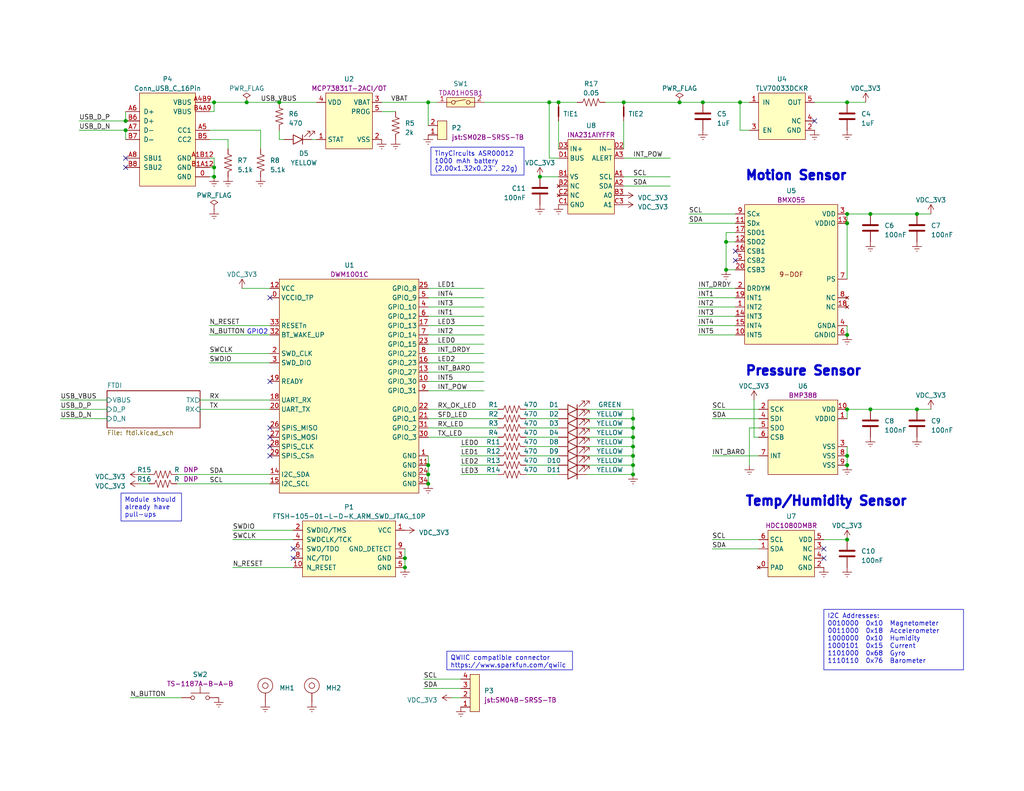
<source format=kicad_sch>
(kicad_sch (version 20221004) (generator eeschema)

  (uuid f1d4e98a-de78-428e-8964-579953189e39)

  (paper "USLetter")

  (title_block
    (title "${PROJECT_NAME}")
    (date "2022-09-27")
    (rev "${PCB_REVISION}")
    (company "Brendan Haines")
  )

  


  (junction (at 34.29 35.56) (diameter 0) (color 0 0 0 0)
    (uuid 04491a8a-bc3f-41bb-a025-edbcf7179e5b)
  )
  (junction (at 231.14 147.32) (diameter 0) (color 0 0 0 0)
    (uuid 2686ec44-8782-40fe-9aca-191813569eb3)
  )
  (junction (at 116.84 132.08) (diameter 0) (color 0 0 0 0)
    (uuid 2ac3b076-8d01-4eeb-9a2a-437a5c513873)
  )
  (junction (at 58.42 27.94) (diameter 0) (color 0 0 0 0)
    (uuid 3da6b5e6-8a67-4ae6-bcfc-ef784b12778f)
  )
  (junction (at 110.49 152.4) (diameter 0) (color 0 0 0 0)
    (uuid 3dd7d49b-720a-40d9-bbe8-011f9ebe2c54)
  )
  (junction (at 172.72 121.92) (diameter 0) (color 0 0 0 0)
    (uuid 40daa979-d546-4564-bab7-299d58482b83)
  )
  (junction (at 198.12 66.04) (diameter 0) (color 0 0 0 0)
    (uuid 45ac43e1-4923-4bf3-be53-df9ace5650d2)
  )
  (junction (at 172.72 114.3) (diameter 0) (color 0 0 0 0)
    (uuid 51499fa8-8995-4f33-a6fd-9ea0076d96b0)
  )
  (junction (at 250.19 111.76) (diameter 0) (color 0 0 0 0)
    (uuid 514bdfdc-5aa4-431f-b15f-4b2d5a164c22)
  )
  (junction (at 147.32 48.26) (diameter 0) (color 0 0 0 0)
    (uuid 5387d264-1dab-4fce-b424-4337fd857eb6)
  )
  (junction (at 231.14 27.94) (diameter 0) (color 0 0 0 0)
    (uuid 628a1e81-8c58-4697-aa4e-b249a662250b)
  )
  (junction (at 152.4 27.94) (diameter 0) (color 0 0 0 0)
    (uuid 710eb762-5c3f-4e51-b9e6-4695549f89d4)
  )
  (junction (at 67.31 27.94) (diameter 0) (color 0 0 0 0)
    (uuid 71b4495e-3e4f-4de8-89cd-3df3843928ea)
  )
  (junction (at 172.72 129.54) (diameter 0) (color 0 0 0 0)
    (uuid 7377639d-9e1c-4b2b-8532-999f576030d3)
  )
  (junction (at 116.84 27.94) (diameter 0) (color 0 0 0 0)
    (uuid 7665caf7-05c3-483a-8b13-4a7e49f580c2)
  )
  (junction (at 231.14 91.44) (diameter 0) (color 0 0 0 0)
    (uuid 76a23eaa-0d69-4252-a9db-8653067a07ce)
  )
  (junction (at 170.18 27.94) (diameter 0) (color 0 0 0 0)
    (uuid 79dde853-30c6-428e-b389-0dc2dcb67571)
  )
  (junction (at 116.84 129.54) (diameter 0) (color 0 0 0 0)
    (uuid 7cb38f5f-b070-49cb-834e-e855735dd326)
  )
  (junction (at 172.72 116.84) (diameter 0) (color 0 0 0 0)
    (uuid 7dfddb52-ffe9-4002-be3e-b928178cbbd7)
  )
  (junction (at 76.2 27.94) (diameter 0) (color 0 0 0 0)
    (uuid 7f3d787b-2d20-4b6e-a3ac-7a54f95879e6)
  )
  (junction (at 250.19 58.42) (diameter 0) (color 0 0 0 0)
    (uuid 8b2dac8e-4344-4963-b6cc-2a0b3bd00944)
  )
  (junction (at 237.49 58.42) (diameter 0) (color 0 0 0 0)
    (uuid 9076e36e-1b99-4777-8ca0-394669eab4e3)
  )
  (junction (at 172.72 119.38) (diameter 0) (color 0 0 0 0)
    (uuid 99856d00-dc20-4a32-99d0-7ffa10fddd41)
  )
  (junction (at 231.14 111.76) (diameter 0) (color 0 0 0 0)
    (uuid 9f228f28-e9b3-4557-9d09-5af6ea0e8827)
  )
  (junction (at 231.14 60.96) (diameter 0) (color 0 0 0 0)
    (uuid ac4a88ee-c912-4ba5-924a-e86a5ae4ab9d)
  )
  (junction (at 231.14 127) (diameter 0) (color 0 0 0 0)
    (uuid adf75bdd-9cd1-4462-9bfb-80fea736e5cf)
  )
  (junction (at 191.77 27.94) (diameter 0) (color 0 0 0 0)
    (uuid b5319f25-6947-4b6d-bbdf-a8183b4823db)
  )
  (junction (at 58.42 45.72) (diameter 0) (color 0 0 0 0)
    (uuid b85acc45-0032-48af-b96c-5ecb54050c8e)
  )
  (junction (at 231.14 58.42) (diameter 0) (color 0 0 0 0)
    (uuid c145c354-2926-4e8f-a4fa-116e24fb8ce0)
  )
  (junction (at 34.29 33.02) (diameter 0) (color 0 0 0 0)
    (uuid c5291a74-e767-4e13-a430-648a2602dd8c)
  )
  (junction (at 201.93 27.94) (diameter 0) (color 0 0 0 0)
    (uuid c599c97c-7b42-4bd0-9b4d-ef0134b4fb67)
  )
  (junction (at 198.12 73.66) (diameter 0) (color 0 0 0 0)
    (uuid c5d30896-4010-4b22-bd02-8201a48b408f)
  )
  (junction (at 231.14 124.46) (diameter 0) (color 0 0 0 0)
    (uuid c5e6a8ed-2cd3-430a-af47-443edc54e546)
  )
  (junction (at 58.42 48.26) (diameter 0) (color 0 0 0 0)
    (uuid cc6a9b85-7901-4a53-b43a-ea773715292b)
  )
  (junction (at 185.42 27.94) (diameter 0) (color 0 0 0 0)
    (uuid ce430f86-63ce-4df8-8304-90bd8cc05439)
  )
  (junction (at 172.72 124.46) (diameter 0) (color 0 0 0 0)
    (uuid da5fc16e-1409-4f04-bfa2-efe8677043fb)
  )
  (junction (at 237.49 111.76) (diameter 0) (color 0 0 0 0)
    (uuid dcfbcca9-9abb-431d-b2c8-18b798dd685c)
  )
  (junction (at 149.86 27.94) (diameter 0) (color 0 0 0 0)
    (uuid e481b7b6-bd98-4a6b-91d6-40e6e51f02fb)
  )
  (junction (at 172.72 127) (diameter 0) (color 0 0 0 0)
    (uuid f315846e-5458-48e2-b744-c7d492419b54)
  )
  (junction (at 116.84 127) (diameter 0) (color 0 0 0 0)
    (uuid fa86c2bd-98cd-45c7-9a11-ec756957825e)
  )
  (junction (at 110.49 154.94) (diameter 0) (color 0 0 0 0)
    (uuid fcfdaf33-bf15-4c6a-9310-5b24f281cee2)
  )

  (no_connect (at 73.66 121.92) (uuid 015fff28-8e89-4361-8d53-6ab6b19a7963))
  (no_connect (at 73.66 119.38) (uuid 01c5690e-c667-46d2-83cb-21f706634e2d))
  (no_connect (at 34.29 43.18) (uuid 09360bc4-9b5d-4523-bd76-9faec61edd40))
  (no_connect (at 34.29 45.72) (uuid 09360bc4-9b5d-4523-bd76-9faec61edd41))
  (no_connect (at 224.79 152.4) (uuid 18e4861b-5b14-43af-aa7e-bd6fbe67d806))
  (no_connect (at 224.79 149.86) (uuid 41caee34-4f6c-47e7-aeaa-340d0cd0b1af))
  (no_connect (at 73.66 116.84) (uuid 4f02ef73-2b25-4d2b-809c-46fbd85a672d))
  (no_connect (at 73.66 104.14) (uuid 77a217b7-b6f4-4dc3-a46e-798075686406))
  (no_connect (at 73.66 81.28) (uuid 90d9073f-8d4a-4a80-841e-6f7e6c0b5b70))
  (no_connect (at 73.66 124.46) (uuid 980dacda-e6d8-48b5-85dd-08a3d9268870))
  (no_connect (at 200.66 71.12) (uuid c67061b9-6194-4e3e-9899-090ef74d732b))
  (no_connect (at 200.66 68.58) (uuid c67061b9-6194-4e3e-9899-090ef74d732c))
  (no_connect (at 80.01 149.86) (uuid d44135fa-129d-4bce-860b-e3da3f80d1da))
  (no_connect (at 80.01 152.4) (uuid d902cb2c-6a20-485a-8540-a759a872d25b))
  (no_connect (at 222.25 33.02) (uuid db0b7081-1c36-481f-ab07-2b88c03362d4))

  (wire (pts (xy 231.14 124.46) (xy 231.14 127))
    (stroke (width 0) (type default))
    (uuid 006b99e8-5986-415a-bb91-d4641151cd8e)
  )
  (wire (pts (xy 116.84 99.06) (xy 132.08 99.06))
    (stroke (width 0) (type default))
    (uuid 051f52e9-9585-469b-802e-6b77ff575e6c)
  )
  (wire (pts (xy 116.84 124.46) (xy 116.84 127))
    (stroke (width 0) (type default))
    (uuid 0691c371-ca0d-4f65-815a-51a5d5afa87e)
  )
  (wire (pts (xy 116.84 129.54) (xy 116.84 132.08))
    (stroke (width 0) (type default))
    (uuid 089343f8-b6f8-4331-807c-08d633ce8066)
  )
  (wire (pts (xy 250.19 58.42) (xy 254 58.42))
    (stroke (width 0) (type default))
    (uuid 0bf9b00b-6339-4026-840a-70f23044f4f7)
  )
  (wire (pts (xy 160.02 121.92) (xy 172.72 121.92))
    (stroke (width 0) (type default))
    (uuid 0dec0adb-6244-42ce-a413-2b597cb28654)
  )
  (wire (pts (xy 116.84 119.38) (xy 135.89 119.38))
    (stroke (width 0) (type default))
    (uuid 0ea54d64-84a4-4a86-bb3e-3fa1546ed9ea)
  )
  (wire (pts (xy 116.84 91.44) (xy 132.08 91.44))
    (stroke (width 0) (type default))
    (uuid 0f31d16a-9e11-4f15-b088-bef8f929f64c)
  )
  (wire (pts (xy 116.84 111.76) (xy 135.89 111.76))
    (stroke (width 0) (type default))
    (uuid 124ef24d-64f9-418d-9e95-c7871d53b05b)
  )
  (wire (pts (xy 231.14 58.42) (xy 237.49 58.42))
    (stroke (width 0) (type default))
    (uuid 13963879-ebea-48c8-86a0-cf4ef0e08f5d)
  )
  (wire (pts (xy 29.21 114.3) (xy 16.51 114.3))
    (stroke (width 0) (type default))
    (uuid 1415d156-63af-432a-a929-4e37ac72fb80)
  )
  (wire (pts (xy 185.42 27.94) (xy 191.77 27.94))
    (stroke (width 0) (type default))
    (uuid 14ef2644-b0d8-4b33-b39f-faf14464bfc7)
  )
  (wire (pts (xy 170.18 50.8) (xy 182.88 50.8))
    (stroke (width 0) (type default))
    (uuid 195596dd-fc70-4b2e-9849-91b6f191efbb)
  )
  (wire (pts (xy 170.18 27.94) (xy 185.42 27.94))
    (stroke (width 0) (type default))
    (uuid 1bc2ba08-bb92-4897-92dc-1c138b1f91e5)
  )
  (wire (pts (xy 231.14 111.76) (xy 231.14 114.3))
    (stroke (width 0) (type default))
    (uuid 1dcca400-c404-4749-b72c-b8a01b12107a)
  )
  (wire (pts (xy 172.72 121.92) (xy 172.72 124.46))
    (stroke (width 0) (type default))
    (uuid 1e6160ba-23fe-43cc-a593-076bf6112c1d)
  )
  (wire (pts (xy 116.84 78.74) (xy 132.08 78.74))
    (stroke (width 0) (type default))
    (uuid 2316c5c0-6f87-4383-ab60-df0c8229a826)
  )
  (wire (pts (xy 34.29 30.48) (xy 34.29 33.02))
    (stroke (width 0) (type default))
    (uuid 24624c4d-1fb0-4440-8686-dead8631416d)
  )
  (wire (pts (xy 237.49 111.76) (xy 250.19 111.76))
    (stroke (width 0) (type default))
    (uuid 2561f18d-103b-420a-aa8d-97039823f0d9)
  )
  (wire (pts (xy 104.14 30.48) (xy 107.95 30.48))
    (stroke (width 0) (type default))
    (uuid 293c8c48-3644-48af-8927-f045f702b6ef)
  )
  (wire (pts (xy 116.84 101.6) (xy 132.08 101.6))
    (stroke (width 0) (type default))
    (uuid 29a28a34-a31b-4f18-bdf5-7efac894065a)
  )
  (wire (pts (xy 57.15 30.48) (xy 58.42 30.48))
    (stroke (width 0) (type default))
    (uuid 2d577ff5-f708-43a5-a8d5-6bfe13413616)
  )
  (wire (pts (xy 160.02 119.38) (xy 172.72 119.38))
    (stroke (width 0) (type default))
    (uuid 2df729df-55e9-453b-8a8f-0f2f342378c8)
  )
  (wire (pts (xy 116.84 93.98) (xy 132.08 93.98))
    (stroke (width 0) (type default))
    (uuid 2f3658c9-7425-4aac-8eb3-ff889c0e9a6c)
  )
  (wire (pts (xy 58.42 43.18) (xy 58.42 45.72))
    (stroke (width 0) (type default))
    (uuid 3170cd5f-47f4-403c-a5c0-45cf111949eb)
  )
  (wire (pts (xy 143.51 121.92) (xy 152.4 121.92))
    (stroke (width 0) (type default))
    (uuid 333b494f-eb4e-40d7-b79e-6e6156c31cc5)
  )
  (wire (pts (xy 250.19 111.76) (xy 254 111.76))
    (stroke (width 0) (type default))
    (uuid 346dd347-8ad5-4a5e-bef4-74acb494fe7d)
  )
  (wire (pts (xy 207.01 119.38) (xy 205.74 119.38))
    (stroke (width 0) (type default))
    (uuid 35c71ff8-0d33-44fc-95ab-73be55f45c76)
  )
  (wire (pts (xy 149.86 27.94) (xy 152.4 27.94))
    (stroke (width 0) (type default))
    (uuid 35d33e7c-552a-41a8-a235-e1544388e4da)
  )
  (wire (pts (xy 190.5 78.74) (xy 200.66 78.74))
    (stroke (width 0) (type default))
    (uuid 374a8185-9227-485a-b45d-b63b4fb0150c)
  )
  (wire (pts (xy 198.12 66.04) (xy 200.66 66.04))
    (stroke (width 0) (type default))
    (uuid 377b4bb9-fcc3-477c-be1e-f85dd6417459)
  )
  (wire (pts (xy 231.14 58.42) (xy 231.14 60.96))
    (stroke (width 0) (type default))
    (uuid 385f0ca9-05a2-4d2d-8989-01aead8c3819)
  )
  (wire (pts (xy 116.84 106.68) (xy 132.08 106.68))
    (stroke (width 0) (type default))
    (uuid 38932cac-1f42-436e-9e00-4aa6d9c3a83b)
  )
  (wire (pts (xy 147.32 48.26) (xy 152.4 48.26))
    (stroke (width 0) (type default))
    (uuid 38acfb39-a5c7-4e2b-b599-8728c3970861)
  )
  (wire (pts (xy 160.02 111.76) (xy 172.72 111.76))
    (stroke (width 0) (type default))
    (uuid 3e1a0d92-071f-43ac-bf7d-9945072a5d2c)
  )
  (wire (pts (xy 170.18 48.26) (xy 182.88 48.26))
    (stroke (width 0) (type default))
    (uuid 46bade87-e6c7-4660-9076-fd79328b52c4)
  )
  (wire (pts (xy 143.51 119.38) (xy 152.4 119.38))
    (stroke (width 0) (type default))
    (uuid 46d37eaa-b2f3-4797-a9cc-f002f46e80ef)
  )
  (wire (pts (xy 231.14 121.92) (xy 231.14 124.46))
    (stroke (width 0) (type default))
    (uuid 47f5f580-19fb-49fd-b302-5bb64cf0fec8)
  )
  (wire (pts (xy 236.22 27.94) (xy 231.14 27.94))
    (stroke (width 0) (type default))
    (uuid 4988e3ce-793e-4903-b263-3c01975f093b)
  )
  (wire (pts (xy 116.84 104.14) (xy 132.08 104.14))
    (stroke (width 0) (type default))
    (uuid 4aff6e53-ffc5-4529-a0d9-1b31e3c14ad6)
  )
  (wire (pts (xy 34.29 35.56) (xy 21.59 35.56))
    (stroke (width 0) (type default))
    (uuid 4bcee21a-e4a5-4c05-a8e2-8a6f3803c4fe)
  )
  (wire (pts (xy 237.49 58.42) (xy 250.19 58.42))
    (stroke (width 0) (type default))
    (uuid 4bf0bc3a-a04d-4d89-836f-f5fb5c12dc64)
  )
  (wire (pts (xy 172.72 116.84) (xy 172.72 119.38))
    (stroke (width 0) (type default))
    (uuid 4c779d40-dfd2-43db-bd34-47b0f9489af3)
  )
  (wire (pts (xy 116.84 27.94) (xy 116.84 34.29))
    (stroke (width 0) (type default))
    (uuid 4d025224-348b-4677-a71d-a446a932e3e1)
  )
  (wire (pts (xy 57.15 88.9) (xy 73.66 88.9))
    (stroke (width 0) (type default))
    (uuid 4d9d0be8-38f4-47cf-8dbf-b64660e113ae)
  )
  (wire (pts (xy 149.86 27.94) (xy 149.86 43.18))
    (stroke (width 0) (type default))
    (uuid 4fb0fc59-270e-4daf-945c-378904eab98a)
  )
  (wire (pts (xy 57.15 45.72) (xy 58.42 45.72))
    (stroke (width 0) (type default))
    (uuid 50669c7f-d69f-446c-a5a9-9344af804c7e)
  )
  (wire (pts (xy 57.15 99.06) (xy 73.66 99.06))
    (stroke (width 0) (type default))
    (uuid 546e743f-93a0-44ca-b905-fbc51db60e88)
  )
  (wire (pts (xy 80.01 154.94) (xy 63.5 154.94))
    (stroke (width 0) (type default))
    (uuid 5553b2cd-655d-4c0f-8a02-9f588362338b)
  )
  (wire (pts (xy 125.73 187.96) (xy 115.57 187.96))
    (stroke (width 0) (type default))
    (uuid 56745442-46aa-4efc-9512-fb9946dd5158)
  )
  (wire (pts (xy 143.51 124.46) (xy 152.4 124.46))
    (stroke (width 0) (type default))
    (uuid 5801d3ca-02eb-491f-bfc7-c934ab316884)
  )
  (wire (pts (xy 57.15 38.1) (xy 62.23 38.1))
    (stroke (width 0) (type default))
    (uuid 58b90446-0abf-45e0-a0da-9a4f770ce507)
  )
  (wire (pts (xy 116.84 81.28) (xy 132.08 81.28))
    (stroke (width 0) (type default))
    (uuid 59a0aacc-ead2-438a-85e9-d50a2cc1ea6b)
  )
  (wire (pts (xy 48.26 132.08) (xy 73.66 132.08))
    (stroke (width 0) (type default))
    (uuid 59c0391a-5ffb-4d21-b700-e0b04dee472e)
  )
  (wire (pts (xy 170.18 33.02) (xy 170.18 40.64))
    (stroke (width 0) (type default))
    (uuid 5b01f6be-a158-4d1a-b7be-fa9d6301132f)
  )
  (wire (pts (xy 125.73 124.46) (xy 135.89 124.46))
    (stroke (width 0) (type default))
    (uuid 5d6679b0-2ab9-4c2e-979c-112df00a200b)
  )
  (wire (pts (xy 80.01 147.32) (xy 63.5 147.32))
    (stroke (width 0) (type default))
    (uuid 5da2752a-175a-498e-9fcb-f682ffd33786)
  )
  (wire (pts (xy 160.02 127) (xy 172.72 127))
    (stroke (width 0) (type default))
    (uuid 5e5eeddb-c5d1-4740-906f-506df00001c3)
  )
  (wire (pts (xy 57.15 91.44) (xy 73.66 91.44))
    (stroke (width 0) (type default))
    (uuid 667f80b3-2c55-42d8-a73f-694bc1ac5eb3)
  )
  (wire (pts (xy 29.21 111.76) (xy 16.51 111.76))
    (stroke (width 0) (type default))
    (uuid 67e90ea8-9912-42f5-be2d-3fb69c11797b)
  )
  (wire (pts (xy 66.04 78.74) (xy 73.66 78.74))
    (stroke (width 0) (type default))
    (uuid 6c1a283e-9c1c-426c-8d08-9e9e197063dd)
  )
  (wire (pts (xy 172.72 124.46) (xy 172.72 127))
    (stroke (width 0) (type default))
    (uuid 6c72de92-f094-4f72-95bc-bd879a61bb05)
  )
  (wire (pts (xy 77.47 38.1) (xy 76.2 38.1))
    (stroke (width 0) (type default))
    (uuid 6ca30548-c4c2-436a-a2b4-6681d1290668)
  )
  (wire (pts (xy 116.84 116.84) (xy 135.89 116.84))
    (stroke (width 0) (type default))
    (uuid 6d27fdcb-d440-4248-8e0d-7dfa926cbb6c)
  )
  (wire (pts (xy 132.08 27.94) (xy 149.86 27.94))
    (stroke (width 0) (type default))
    (uuid 711a3986-8fec-4131-990f-66bd1381fa14)
  )
  (wire (pts (xy 194.31 114.3) (xy 207.01 114.3))
    (stroke (width 0) (type default))
    (uuid 71bcff73-6ded-45c2-8aa1-76573b0e2cae)
  )
  (wire (pts (xy 172.72 111.76) (xy 172.72 114.3))
    (stroke (width 0) (type default))
    (uuid 7280d379-7f3d-492b-bd97-8cbc7755e7c9)
  )
  (wire (pts (xy 152.4 43.18) (xy 149.86 43.18))
    (stroke (width 0) (type default))
    (uuid 75d7d212-260c-4566-9643-8eaafefb0d76)
  )
  (wire (pts (xy 57.15 43.18) (xy 58.42 43.18))
    (stroke (width 0) (type default))
    (uuid 75f8aa07-975c-405b-8695-9c8c668e09e8)
  )
  (wire (pts (xy 116.84 127) (xy 116.84 129.54))
    (stroke (width 0) (type default))
    (uuid 762cd5a9-c76f-46de-8cb0-4d60e67fc9ed)
  )
  (wire (pts (xy 125.73 190.5) (xy 123.19 190.5))
    (stroke (width 0) (type default))
    (uuid 7795f24c-30ed-4132-b24a-d3a7f75eaad7)
  )
  (wire (pts (xy 57.15 27.94) (xy 58.42 27.94))
    (stroke (width 0) (type default))
    (uuid 7817d9c7-167d-4949-9f47-31241430fa36)
  )
  (wire (pts (xy 143.51 114.3) (xy 152.4 114.3))
    (stroke (width 0) (type default))
    (uuid 7b15eea4-519d-4f0e-b7e7-8702e2d867a3)
  )
  (wire (pts (xy 58.42 45.72) (xy 58.42 48.26))
    (stroke (width 0) (type default))
    (uuid 7b4306a9-90a7-42f4-9719-45a89fcf4ded)
  )
  (wire (pts (xy 231.14 27.94) (xy 222.25 27.94))
    (stroke (width 0) (type default))
    (uuid 7bc9e204-90fe-431d-89f4-1735b8b798f6)
  )
  (wire (pts (xy 190.5 86.36) (xy 200.66 86.36))
    (stroke (width 0) (type default))
    (uuid 7c574d6e-99b6-4c45-a52d-48a44a03df0c)
  )
  (wire (pts (xy 160.02 124.46) (xy 172.72 124.46))
    (stroke (width 0) (type default))
    (uuid 837d7733-1a4d-4714-96ee-4bd7fc3af7b5)
  )
  (wire (pts (xy 231.14 88.9) (xy 231.14 91.44))
    (stroke (width 0) (type default))
    (uuid 86a0ac9a-b23e-404a-8b1f-ec59d9cf0452)
  )
  (wire (pts (xy 194.31 111.76) (xy 207.01 111.76))
    (stroke (width 0) (type default))
    (uuid 87befbaa-95fa-4dee-9a16-6eadd348826e)
  )
  (wire (pts (xy 125.73 127) (xy 135.89 127))
    (stroke (width 0) (type default))
    (uuid 87ca0b21-bbcb-4752-b5c4-f387df3edc82)
  )
  (wire (pts (xy 187.96 60.96) (xy 200.66 60.96))
    (stroke (width 0) (type default))
    (uuid 8ab30620-2191-4b3a-8ba3-a3f37d988207)
  )
  (wire (pts (xy 116.84 114.3) (xy 135.89 114.3))
    (stroke (width 0) (type default))
    (uuid 8b867045-2129-491a-ae82-d0592e2d85a0)
  )
  (wire (pts (xy 116.84 83.82) (xy 132.08 83.82))
    (stroke (width 0) (type default))
    (uuid 8bf4b467-5874-4644-8c60-19bdd0a1819a)
  )
  (wire (pts (xy 231.14 60.96) (xy 231.14 76.2))
    (stroke (width 0) (type default))
    (uuid 8c1b7ff6-f601-4160-9f00-0abdcab4b2d9)
  )
  (wire (pts (xy 198.12 73.66) (xy 200.66 73.66))
    (stroke (width 0) (type default))
    (uuid 8f877908-975b-43da-a032-d02e62dae4f8)
  )
  (wire (pts (xy 194.31 147.32) (xy 207.01 147.32))
    (stroke (width 0) (type default))
    (uuid 9070e887-4ced-42c1-9fe5-7a559ca92574)
  )
  (wire (pts (xy 224.79 147.32) (xy 231.14 147.32))
    (stroke (width 0) (type default))
    (uuid 90da2d05-6025-4f17-b26d-358fce2697fd)
  )
  (wire (pts (xy 204.47 116.84) (xy 204.47 127))
    (stroke (width 0) (type default))
    (uuid 90e32105-3bfc-4323-a14a-af7d144fd453)
  )
  (wire (pts (xy 205.74 109.22) (xy 205.74 119.38))
    (stroke (width 0) (type default))
    (uuid 910b8f80-3ca4-4f7f-a42e-0f4c6eadf997)
  )
  (wire (pts (xy 58.42 30.48) (xy 58.42 27.94))
    (stroke (width 0) (type default))
    (uuid 9319eecb-4840-47c3-b327-ee5c001aaae3)
  )
  (wire (pts (xy 191.77 27.94) (xy 201.93 27.94))
    (stroke (width 0) (type default))
    (uuid 932c62f6-d38b-4534-9920-6271b72becbf)
  )
  (wire (pts (xy 48.26 129.54) (xy 73.66 129.54))
    (stroke (width 0) (type default))
    (uuid 983f179c-1211-4176-9a07-1794a510139d)
  )
  (wire (pts (xy 190.5 83.82) (xy 200.66 83.82))
    (stroke (width 0) (type default))
    (uuid 98a4097d-0bd1-4816-8efa-f2c366ff0602)
  )
  (wire (pts (xy 172.72 129.54) (xy 172.72 127))
    (stroke (width 0) (type default))
    (uuid 9985cad9-4b48-4b3c-9f65-6ea3699e140b)
  )
  (wire (pts (xy 165.1 27.94) (xy 170.18 27.94))
    (stroke (width 0) (type default))
    (uuid 9c936b18-1cf5-44a9-b242-3bd0215b93d6)
  )
  (wire (pts (xy 76.2 38.1) (xy 76.2 35.56))
    (stroke (width 0) (type default))
    (uuid 9cdf52f9-4046-4d83-86b6-249d34e79b7d)
  )
  (wire (pts (xy 160.02 116.84) (xy 172.72 116.84))
    (stroke (width 0) (type default))
    (uuid 9cf07002-7324-4387-8030-512b55887a9e)
  )
  (wire (pts (xy 57.15 96.52) (xy 73.66 96.52))
    (stroke (width 0) (type default))
    (uuid 9da67a5f-8e72-4fae-a49d-a2f656e941ee)
  )
  (wire (pts (xy 116.84 27.94) (xy 119.38 27.94))
    (stroke (width 0) (type default))
    (uuid 9fe8df0b-633b-4846-b730-048fb52a4cbe)
  )
  (wire (pts (xy 207.01 116.84) (xy 204.47 116.84))
    (stroke (width 0) (type default))
    (uuid a1527490-1a1d-4228-84ab-b5b0c5687167)
  )
  (wire (pts (xy 71.12 40.64) (xy 71.12 35.56))
    (stroke (width 0) (type default))
    (uuid a2b8ddbb-c7e4-4c79-b1b6-5fa7cdb4e383)
  )
  (wire (pts (xy 152.4 27.94) (xy 157.48 27.94))
    (stroke (width 0) (type default))
    (uuid a5f01069-563d-4956-8596-246e2cc5f07c)
  )
  (wire (pts (xy 58.42 27.94) (xy 67.31 27.94))
    (stroke (width 0) (type default))
    (uuid a7fdad2a-d20e-4f67-af09-daf5ee2ffddb)
  )
  (wire (pts (xy 16.51 109.22) (xy 29.21 109.22))
    (stroke (width 0) (type default))
    (uuid a9ca56dc-4411-4204-ad70-c70a031c9283)
  )
  (wire (pts (xy 160.02 114.3) (xy 172.72 114.3))
    (stroke (width 0) (type default))
    (uuid ab5c3d22-a2aa-4a58-a6bf-52af7631ba5a)
  )
  (wire (pts (xy 116.84 88.9) (xy 132.08 88.9))
    (stroke (width 0) (type default))
    (uuid ab6d2e17-3753-4c52-9923-cd54f1c69803)
  )
  (wire (pts (xy 125.73 129.54) (xy 135.89 129.54))
    (stroke (width 0) (type default))
    (uuid acda320d-4f23-4055-ba24-073900e6f67c)
  )
  (wire (pts (xy 104.14 27.94) (xy 116.84 27.94))
    (stroke (width 0) (type default))
    (uuid ad094b29-972f-4e41-8827-697b396d40bc)
  )
  (wire (pts (xy 190.5 81.28) (xy 200.66 81.28))
    (stroke (width 0) (type default))
    (uuid ad3b7469-2e1e-49e6-a193-64fb0436f041)
  )
  (wire (pts (xy 187.96 58.42) (xy 200.66 58.42))
    (stroke (width 0) (type default))
    (uuid af398bf6-afff-4b11-b016-b02a51873511)
  )
  (wire (pts (xy 116.84 96.52) (xy 132.08 96.52))
    (stroke (width 0) (type default))
    (uuid b0daca5b-6916-4793-a681-b55726e750a0)
  )
  (wire (pts (xy 143.51 116.84) (xy 152.4 116.84))
    (stroke (width 0) (type default))
    (uuid b21d5be5-15fc-43dd-8bdd-93203ae07e47)
  )
  (wire (pts (xy 58.42 48.26) (xy 57.15 48.26))
    (stroke (width 0) (type default))
    (uuid b3223b58-9d8f-464f-a219-804eea7aa2bf)
  )
  (wire (pts (xy 35.56 190.5) (xy 49.53 190.5))
    (stroke (width 0) (type default))
    (uuid b85abdcf-f792-4e7f-90a5-287c9a8fe395)
  )
  (wire (pts (xy 143.51 111.76) (xy 152.4 111.76))
    (stroke (width 0) (type default))
    (uuid bb844450-5f68-468e-bf3a-d0f3d1f80f8c)
  )
  (wire (pts (xy 110.49 149.86) (xy 110.49 152.4))
    (stroke (width 0) (type default))
    (uuid be46d6d5-9811-497a-a0b8-4e7049279dd6)
  )
  (wire (pts (xy 76.2 27.94) (xy 86.36 27.94))
    (stroke (width 0) (type default))
    (uuid c14f657d-5cc0-4984-a080-df70f4240ca4)
  )
  (wire (pts (xy 71.12 35.56) (xy 57.15 35.56))
    (stroke (width 0) (type default))
    (uuid c37f1626-e478-4ef9-a968-95e4da263e05)
  )
  (wire (pts (xy 194.31 149.86) (xy 207.01 149.86))
    (stroke (width 0) (type default))
    (uuid c3b765b3-8c78-408c-825a-dd55c6dbf794)
  )
  (wire (pts (xy 85.09 38.1) (xy 86.36 38.1))
    (stroke (width 0) (type default))
    (uuid c3fd91cf-4d2c-41b1-bd98-802b0b7e07fe)
  )
  (wire (pts (xy 125.73 185.42) (xy 115.57 185.42))
    (stroke (width 0) (type default))
    (uuid c40dd9c4-0895-4141-8f75-2e5ebe659678)
  )
  (wire (pts (xy 54.61 109.22) (xy 73.66 109.22))
    (stroke (width 0) (type default))
    (uuid c4f8047a-3b08-4c03-8884-f520cdede9b7)
  )
  (wire (pts (xy 116.84 86.36) (xy 132.08 86.36))
    (stroke (width 0) (type default))
    (uuid c83585bf-26c5-4833-9c03-06b13a64c470)
  )
  (wire (pts (xy 54.61 111.76) (xy 73.66 111.76))
    (stroke (width 0) (type default))
    (uuid c8df6d9a-599f-4906-9115-3047e79bc276)
  )
  (wire (pts (xy 62.23 38.1) (xy 62.23 40.64))
    (stroke (width 0) (type default))
    (uuid cea445b7-5adc-4570-a21b-97ba3ab4ddf0)
  )
  (wire (pts (xy 172.72 129.54) (xy 160.02 129.54))
    (stroke (width 0) (type default))
    (uuid cff97b9a-8270-4c71-8019-74d2a933a2d5)
  )
  (wire (pts (xy 201.93 27.94) (xy 201.93 35.56))
    (stroke (width 0) (type default))
    (uuid d173ec0c-4aae-4e98-aff1-73a3b71ae42a)
  )
  (wire (pts (xy 194.31 124.46) (xy 207.01 124.46))
    (stroke (width 0) (type default))
    (uuid d3a3df06-5f15-475c-b7b2-75006ab16ae5)
  )
  (wire (pts (xy 190.5 88.9) (xy 200.66 88.9))
    (stroke (width 0) (type default))
    (uuid d3c73007-bfa5-4e1f-8b20-34f9f863e2fb)
  )
  (wire (pts (xy 34.29 33.02) (xy 21.59 33.02))
    (stroke (width 0) (type default))
    (uuid d7f1d9cb-6877-4a2b-8763-adf89ef9da02)
  )
  (wire (pts (xy 34.29 35.56) (xy 34.29 38.1))
    (stroke (width 0) (type default))
    (uuid d891d386-aec7-4e40-9ff9-13c460636edb)
  )
  (wire (pts (xy 143.51 129.54) (xy 152.4 129.54))
    (stroke (width 0) (type default))
    (uuid d8e82cac-bd96-4fa1-897e-8525758989de)
  )
  (wire (pts (xy 201.93 27.94) (xy 204.47 27.94))
    (stroke (width 0) (type default))
    (uuid d8fd46bb-2a21-4aa0-8e08-a22229e51194)
  )
  (wire (pts (xy 170.18 43.18) (xy 182.88 43.18))
    (stroke (width 0) (type default))
    (uuid da683cab-ebb6-4597-8655-20074ac90db0)
  )
  (wire (pts (xy 80.01 144.78) (xy 63.5 144.78))
    (stroke (width 0) (type default))
    (uuid db6d9d8b-2d5f-42f6-bd2d-ee4025a8e682)
  )
  (wire (pts (xy 38.1 129.54) (xy 40.64 129.54))
    (stroke (width 0) (type default))
    (uuid dbab5484-b861-4ccd-ad77-41db0ce5b1f8)
  )
  (wire (pts (xy 198.12 66.04) (xy 198.12 73.66))
    (stroke (width 0) (type default))
    (uuid dc3cd0eb-d0d8-44a4-9f05-851a06aeee5a)
  )
  (wire (pts (xy 125.73 121.92) (xy 135.89 121.92))
    (stroke (width 0) (type default))
    (uuid de460077-76c2-4392-92aa-d5bfdac354a1)
  )
  (wire (pts (xy 204.47 35.56) (xy 201.93 35.56))
    (stroke (width 0) (type default))
    (uuid dfcf2d83-2235-4322-a9cc-a9d708ce0861)
  )
  (wire (pts (xy 172.72 114.3) (xy 172.72 116.84))
    (stroke (width 0) (type default))
    (uuid e1eca6ac-cc75-4cba-871d-2f1546309a8b)
  )
  (wire (pts (xy 67.31 27.94) (xy 76.2 27.94))
    (stroke (width 0) (type default))
    (uuid e32c1b32-a9dd-40eb-ad74-d401e29d1499)
  )
  (wire (pts (xy 198.12 63.5) (xy 198.12 66.04))
    (stroke (width 0) (type default))
    (uuid e4e86465-9a82-447b-81be-e9ee7befd2c3)
  )
  (wire (pts (xy 38.1 132.08) (xy 40.64 132.08))
    (stroke (width 0) (type default))
    (uuid e72969bf-6cef-4606-8a34-6970f6b34600)
  )
  (wire (pts (xy 110.49 152.4) (xy 110.49 154.94))
    (stroke (width 0) (type default))
    (uuid ebd3fef8-6c38-453c-876c-602af43c5383)
  )
  (wire (pts (xy 190.5 91.44) (xy 200.66 91.44))
    (stroke (width 0) (type default))
    (uuid eff57a11-86d8-4dbc-8944-ca5a3d4af3a2)
  )
  (wire (pts (xy 143.51 127) (xy 152.4 127))
    (stroke (width 0) (type default))
    (uuid f5370c30-6c62-446b-8f46-a581fa52e703)
  )
  (wire (pts (xy 172.72 119.38) (xy 172.72 121.92))
    (stroke (width 0) (type default))
    (uuid f6b69baa-7c2e-4f87-9091-319da44093c2)
  )
  (wire (pts (xy 231.14 111.76) (xy 237.49 111.76))
    (stroke (width 0) (type default))
    (uuid f71b608d-9f14-4e76-a2e8-6655402091f8)
  )
  (wire (pts (xy 200.66 63.5) (xy 198.12 63.5))
    (stroke (width 0) (type default))
    (uuid fa4a1e38-0b64-4334-9701-0ca710b9d378)
  )
  (wire (pts (xy 152.4 33.02) (xy 152.4 40.64))
    (stroke (width 0) (type default))
    (uuid ffaed5a2-8632-4349-8294-3e5e53a514f7)
  )

  (text_box "Module should already have pull-ups"
    (at 33.02 134.62 0) (size 16.51 7.62)
    (stroke (width 0) (type default))
    (fill (type none))
    (effects (font (size 1.27 1.27)) (justify left top))
    (uuid 1f63fcc5-8445-46b8-8bc5-4d8e642d9cb1)
  )
  (text_box "QWIIC compatible connector\nhttps://www.sparkfun.com/qwiic"
    (at 121.92 177.8 0) (size 34.29 5.08)
    (stroke (width 0) (type default))
    (fill (type none))
    (effects (font (size 1.27 1.27)) (justify left top))
    (uuid 45985931-ce43-4a6b-854b-521b9a255a3e)
  )
  (text_box "TinyCircuits ASR00012\n1000 mAh battery (2.00x1.32x0.23\", 22g)"
    (at 117.578 40.1745 0) (size 25.4 7.62)
    (stroke (width 0) (type default))
    (fill (type none))
    (effects (font (size 1.27 1.27)) (justify left top))
    (uuid 8ce6f4bd-b599-461a-a517-08764ad39a64)
  )
  (text_box "I2C Addresses:\n0010000  0x10  Magnetometer\n0011000  0x18  Accelerometer\n1000000  0x10  Humidity\n1000101  0x15  Current\n1101000  0x68  Gyro\n1110110  0x76  Barometer"
    (at 224.79 166.37 0) (size 38.1 16.51)
    (stroke (width 0) (type default))
    (fill (type none))
    (effects (font (size 1.27 1.27)) (justify left top))
    (uuid b0480418-656f-439e-969b-681017ab45df)
  )

  (text "Temp/Humidity Sensor" (at 203.2 138.43 0)
    (effects (font (size 2.54 2.54) (thickness 1.016) bold) (justify left bottom))
    (uuid 13e44669-0d7a-41a7-aa87-4dd8d1bb35a4)
  )
  (text "GPIO2" (at 67.31 91.44 0)
    (effects (font (size 1.27 1.27)) (justify left bottom))
    (uuid 21d5aca6-849e-48f8-acad-d7a7a2b56b36)
  )
  (text "Pressure Sensor" (at 203.2 102.87 0)
    (effects (font (size 2.54 2.54) (thickness 1.016) bold) (justify left bottom))
    (uuid 25a7f048-0745-42d7-ba3b-4b9ad2f3c2de)
  )
  (text "Motion Sensor" (at 203.2 49.53 0)
    (effects (font (size 2.54 2.54) (thickness 1.016) bold) (justify left bottom))
    (uuid fb2114ed-3e91-4efb-8c8d-b01430ed4e7c)
  )

  (label "SCL" (at 57.15 132.08 0) (fields_autoplaced)
    (effects (font (size 1.27 1.27)) (justify left bottom))
    (uuid 08799ca8-2296-4add-af34-af9fda224b29)
  )
  (label "TX_LED" (at 119.38 119.38 0) (fields_autoplaced)
    (effects (font (size 1.27 1.27)) (justify left bottom))
    (uuid 08e7443d-2e1d-44b2-b5f4-ce1148b73fc5)
  )
  (label "SDA" (at 194.31 149.86 0) (fields_autoplaced)
    (effects (font (size 1.27 1.27)) (justify left bottom))
    (uuid 0cf009c3-0c80-477c-bc4e-91b536dfb21a)
  )
  (label "LED0" (at 119.38 93.98 0) (fields_autoplaced)
    (effects (font (size 1.27 1.27)) (justify left bottom))
    (uuid 0d941a36-2662-4000-bf19-769b5b7126b6)
  )
  (label "INT1" (at 190.5 81.28 0) (fields_autoplaced)
    (effects (font (size 1.27 1.27)) (justify left bottom))
    (uuid 10409d2e-963c-4afd-97ab-08cfbf85edf3)
  )
  (label "SCL" (at 172.72 48.26 0) (fields_autoplaced)
    (effects (font (size 1.27 1.27)) (justify left bottom))
    (uuid 1e9f9ebe-7dd4-454a-93c8-aff951641724)
  )
  (label "LED1" (at 119.38 78.74 0) (fields_autoplaced)
    (effects (font (size 1.27 1.27)) (justify left bottom))
    (uuid 20433f95-edb1-4d6f-8f82-fe0f3b39af33)
  )
  (label "N_BUTTON" (at 35.56 190.5 0) (fields_autoplaced)
    (effects (font (size 1.27 1.27)) (justify left bottom))
    (uuid 20eaef9d-19f6-443e-83dc-bf8aea5fac27)
  )
  (label "INT_POW" (at 172.72 43.18 0) (fields_autoplaced)
    (effects (font (size 1.27 1.27)) (justify left bottom))
    (uuid 21d00285-fe79-41b5-8bfb-d63b50315b8f)
  )
  (label "SCL" (at 187.96 58.42 0) (fields_autoplaced)
    (effects (font (size 1.27 1.27)) (justify left bottom))
    (uuid 24e4f950-214c-4b9d-b24c-c0fda97b1e31)
  )
  (label "USB_VBUS" (at 71.12 27.94 0) (fields_autoplaced)
    (effects (font (size 1.27 1.27)) (justify left bottom))
    (uuid 2c2b1374-64f0-483f-a4f6-3ca9315e3deb)
  )
  (label "RX_LED" (at 119.38 116.84 0) (fields_autoplaced)
    (effects (font (size 1.27 1.27)) (justify left bottom))
    (uuid 2f2f7eb7-7d4c-407b-be65-e8939cef86bd)
  )
  (label "INT_DRDY" (at 119.38 96.52 0) (fields_autoplaced)
    (effects (font (size 1.27 1.27)) (justify left bottom))
    (uuid 3119aa54-6262-41f0-a7c7-8b88bf86d175)
  )
  (label "VBAT" (at 106.68 27.94 0) (fields_autoplaced)
    (effects (font (size 1.27 1.27)) (justify left bottom))
    (uuid 328f80d8-57a5-41c6-b625-657eb6df5ca4)
  )
  (label "LED3" (at 119.38 88.9 0) (fields_autoplaced)
    (effects (font (size 1.27 1.27)) (justify left bottom))
    (uuid 3beca4c9-5836-484e-bf8a-6b9fa9b37471)
  )
  (label "INT2" (at 190.5 83.82 0) (fields_autoplaced)
    (effects (font (size 1.27 1.27)) (justify left bottom))
    (uuid 3e2c156a-65d3-42d2-a841-a49ddc7a8c4c)
  )
  (label "N_BUTTON" (at 57.15 91.44 0) (fields_autoplaced)
    (effects (font (size 1.27 1.27)) (justify left bottom))
    (uuid 485eb361-55d0-4349-ac57-3778fd935ea9)
  )
  (label "RX" (at 57.15 109.22 0) (fields_autoplaced)
    (effects (font (size 1.27 1.27)) (justify left bottom))
    (uuid 4b585130-a83a-4292-8e61-704fa936ecda)
  )
  (label "USB_D_P" (at 21.59 33.02 0) (fields_autoplaced)
    (effects (font (size 1.27 1.27)) (justify left bottom))
    (uuid 4d5790af-2c05-4744-a21b-6de14c5d0cbf)
  )
  (label "LED2" (at 119.38 99.06 0) (fields_autoplaced)
    (effects (font (size 1.27 1.27)) (justify left bottom))
    (uuid 4f309205-b4a7-4fff-b0d3-1343c09674e0)
  )
  (label "SDA" (at 172.72 50.8 0) (fields_autoplaced)
    (effects (font (size 1.27 1.27)) (justify left bottom))
    (uuid 52826e4d-8575-4137-a47c-9c65dbacbad3)
  )
  (label "SWCLK" (at 63.5 147.32 0) (fields_autoplaced)
    (effects (font (size 1.27 1.27)) (justify left bottom))
    (uuid 544c1505-39e9-43b4-a5b9-7c443aeb4442)
  )
  (label "SDA" (at 194.31 114.3 0) (fields_autoplaced)
    (effects (font (size 1.27 1.27)) (justify left bottom))
    (uuid 5e25ce36-46e3-46f8-a84e-ee72905c3a89)
  )
  (label "INT_BARO" (at 119.38 101.6 0) (fields_autoplaced)
    (effects (font (size 1.27 1.27)) (justify left bottom))
    (uuid 5fa9fe90-c1f5-4d85-a511-4ff131b21878)
  )
  (label "INT4" (at 119.38 81.28 0) (fields_autoplaced)
    (effects (font (size 1.27 1.27)) (justify left bottom))
    (uuid 6486cee4-c59b-4ec7-b5a2-75adfaddfa37)
  )
  (label "SDA" (at 115.57 187.96 0) (fields_autoplaced)
    (effects (font (size 1.27 1.27)) (justify left bottom))
    (uuid 65b5296a-2575-481b-bd81-43e9b32dd711)
  )
  (label "SWCLK" (at 57.15 96.52 0) (fields_autoplaced)
    (effects (font (size 1.27 1.27)) (justify left bottom))
    (uuid 6f24bb5a-94c9-42e2-815e-c7317e5e847a)
  )
  (label "SDA" (at 187.96 60.96 0) (fields_autoplaced)
    (effects (font (size 1.27 1.27)) (justify left bottom))
    (uuid 73b3beb9-c7f6-43b6-a7cf-50e12b20eb38)
  )
  (label "INT2" (at 119.38 91.44 0) (fields_autoplaced)
    (effects (font (size 1.27 1.27)) (justify left bottom))
    (uuid 7859ba36-47f1-4856-86e3-b4bd6ba2aa65)
  )
  (label "LED1" (at 125.73 124.46 0) (fields_autoplaced)
    (effects (font (size 1.27 1.27)) (justify left bottom))
    (uuid 793f1e6d-dd0d-4aeb-a0bc-616fc9dece5f)
  )
  (label "SCL" (at 194.31 147.32 0) (fields_autoplaced)
    (effects (font (size 1.27 1.27)) (justify left bottom))
    (uuid 7a6b3bdc-466e-4369-a0a1-dda99b76a371)
  )
  (label "SCL" (at 194.31 111.76 0) (fields_autoplaced)
    (effects (font (size 1.27 1.27)) (justify left bottom))
    (uuid 7b2623b2-92fa-41f9-828a-9e8509f77a5a)
  )
  (label "INT4" (at 190.5 88.9 0) (fields_autoplaced)
    (effects (font (size 1.27 1.27)) (justify left bottom))
    (uuid 8268f06c-9c6b-4e25-8320-f10872285c98)
  )
  (label "INT5" (at 190.5 91.44 0) (fields_autoplaced)
    (effects (font (size 1.27 1.27)) (justify left bottom))
    (uuid 8ffff331-d1b8-4d52-a290-3f64c7c8937c)
  )
  (label "LED2" (at 125.73 127 0) (fields_autoplaced)
    (effects (font (size 1.27 1.27)) (justify left bottom))
    (uuid 922c0074-7159-443f-a815-6d29a6ae672c)
  )
  (label "N_RESET" (at 57.15 88.9 0) (fields_autoplaced)
    (effects (font (size 1.27 1.27)) (justify left bottom))
    (uuid 94528cd5-4118-4758-b6c2-0ed04d0d8176)
  )
  (label "INT1" (at 119.38 86.36 0) (fields_autoplaced)
    (effects (font (size 1.27 1.27)) (justify left bottom))
    (uuid 9853bdad-0dcc-4811-af10-0445bcec35e8)
  )
  (label "USB_VBUS" (at 16.51 109.22 0) (fields_autoplaced)
    (effects (font (size 1.27 1.27)) (justify left bottom))
    (uuid 9a23b953-9a5b-4a60-94fa-315b036e1328)
  )
  (label "RX_OK_LED" (at 119.38 111.76 0) (fields_autoplaced)
    (effects (font (size 1.27 1.27)) (justify left bottom))
    (uuid a0f5c9e1-46d6-46d4-9c9e-8324fb43e3d1)
  )
  (label "LED3" (at 125.73 129.54 0) (fields_autoplaced)
    (effects (font (size 1.27 1.27)) (justify left bottom))
    (uuid a29bf233-c0ed-4c5d-9368-9eb84a30bc74)
  )
  (label "SFD_LED" (at 119.38 114.3 0) (fields_autoplaced)
    (effects (font (size 1.27 1.27)) (justify left bottom))
    (uuid ba6e141d-f942-4da0-a6ca-d344c418cbaf)
  )
  (label "INT_DRDY" (at 190.5 78.74 0) (fields_autoplaced)
    (effects (font (size 1.27 1.27)) (justify left bottom))
    (uuid be7bf9f0-2666-45cc-a4cf-c3d52adf6235)
  )
  (label "USB_D_N" (at 16.51 114.3 0) (fields_autoplaced)
    (effects (font (size 1.27 1.27)) (justify left bottom))
    (uuid bf02efeb-1dc0-4339-88d9-f13a32542f68)
  )
  (label "SCL" (at 115.57 185.42 0) (fields_autoplaced)
    (effects (font (size 1.27 1.27)) (justify left bottom))
    (uuid bff40b54-7e1f-495c-b492-f07fbd13d5a1)
  )
  (label "INT_BARO" (at 194.31 124.46 0) (fields_autoplaced)
    (effects (font (size 1.27 1.27)) (justify left bottom))
    (uuid c1849377-1442-4a6a-95e5-5319e1273804)
  )
  (label "SWDIO" (at 63.5 144.78 0) (fields_autoplaced)
    (effects (font (size 1.27 1.27)) (justify left bottom))
    (uuid c6546706-f21a-4ec3-bb26-77c5589c40d7)
  )
  (label "USB_D_N" (at 21.59 35.56 0) (fields_autoplaced)
    (effects (font (size 1.27 1.27)) (justify left bottom))
    (uuid d0a0a9e1-19d5-4f84-8644-35beba8d4259)
  )
  (label "TX" (at 57.15 111.76 0) (fields_autoplaced)
    (effects (font (size 1.27 1.27)) (justify left bottom))
    (uuid d94c187c-5af7-4bee-8df5-28d3ddb31b60)
  )
  (label "INT3" (at 119.38 83.82 0) (fields_autoplaced)
    (effects (font (size 1.27 1.27)) (justify left bottom))
    (uuid dbcedfeb-bb24-4cd7-a519-86cf93e89efb)
  )
  (label "LED0" (at 125.73 121.92 0) (fields_autoplaced)
    (effects (font (size 1.27 1.27)) (justify left bottom))
    (uuid de387829-9350-4855-9531-e7060320daf5)
  )
  (label "INT5" (at 119.38 104.14 0) (fields_autoplaced)
    (effects (font (size 1.27 1.27)) (justify left bottom))
    (uuid e48b6a47-4a2d-4d73-9315-0285eb5f6505)
  )
  (label "N_RESET" (at 63.5 154.94 0) (fields_autoplaced)
    (effects (font (size 1.27 1.27)) (justify left bottom))
    (uuid ec3c5504-da44-4a4f-b28f-327d74490ad0)
  )
  (label "USB_D_P" (at 16.51 111.76 0) (fields_autoplaced)
    (effects (font (size 1.27 1.27)) (justify left bottom))
    (uuid ef5158dc-5df8-42e1-8b86-5cb7f21ac4d9)
  )
  (label "SDA" (at 57.15 129.54 0) (fields_autoplaced)
    (effects (font (size 1.27 1.27)) (justify left bottom))
    (uuid f7080950-0da0-4bf0-a91c-386b14681326)
  )
  (label "INT_POW" (at 119.38 106.68 0) (fields_autoplaced)
    (effects (font (size 1.27 1.27)) (justify left bottom))
    (uuid fa92ed39-5105-4b30-a165-a59c9dfcc7e3)
  )
  (label "INT3" (at 190.5 86.36 0) (fields_autoplaced)
    (effects (font (size 1.27 1.27)) (justify left bottom))
    (uuid fbeb3246-c1e8-45e6-8cfb-a18cba759477)
  )
  (label "SWDIO" (at 57.15 99.06 0) (fields_autoplaced)
    (effects (font (size 1.27 1.27)) (justify left bottom))
    (uuid ffc86a78-d39d-410b-95d2-e77ce8794f81)
  )

  (symbol (lib_id "bh:GND") (at 250.19 119.38 0) (unit 1)
    (in_bom yes) (on_board yes) (dnp no) (fields_autoplaced)
    (uuid 0723be87-b6be-41b7-98c4-ecb2393c3236)
    (property "Reference" "#PWR0133" (at 250.19 119.38 0)
      (effects (font (size 1.27 1.27)) hide)
    )
    (property "Value" "GND" (at 250.19 123.444 0)
      (effects (font (size 1.27 1.27)) hide)
    )
    (property "Footprint" "" (at 250.19 119.38 0)
      (effects (font (size 1.27 1.27)) hide)
    )
    (property "Datasheet" "" (at 250.19 119.38 0)
      (effects (font (size 1.27 1.27)) hide)
    )
    (pin "1" (uuid 176288d7-0ac1-45b9-92d8-e49b2a690772))
    (instances
      (project "mellifera"
        (path "/f1d4e98a-de78-428e-8964-579953189e39"
          (reference "#PWR0133") (unit 1) (value "GND") (footprint "")
        )
      )
    )
  )

  (symbol (lib_id "bh:R") (at 139.7 129.54 90) (unit 1)
    (in_bom yes) (on_board yes) (dnp no)
    (uuid 0871ea1e-c454-486c-88b1-f74ffb5c373b)
    (property "Reference" "R14" (at 134.62 128.27 90)
      (effects (font (size 1.27 1.27)))
    )
    (property "Value" "470" (at 144.78 128.27 90)
      (effects (font (size 1.27 1.27)))
    )
    (property "Footprint" "common:R0402" (at 139.7 129.54 0)
      (effects (font (size 1.27 1.27)) hide)
    )
    (property "Datasheet" "" (at 139.7 129.54 0)
      (effects (font (size 1.27 1.27)) hide)
    )
    (property "Manufacturer" "" (at 139.7 129.54 0)
      (effects (font (size 1.27 1.27)) hide)
    )
    (property "ManufacturerPartNumber" "" (at 139.7 129.54 0)
      (effects (font (size 1.27 1.27)) hide)
    )
    (property "Populate" "" (at 139.7 129.54 0)
      (effects (font (size 1.27 1.27)))
    )
    (property "FieldName" "Value" (at 139.7 129.54 0)
      (effects (font (size 1.27 1.27)) hide)
    )
    (property "LCSC" "" (at 139.7 129.54 0)
      (effects (font (size 1.27 1.27)) hide)
    )
    (pin "1" (uuid 19cd5193-edf8-46c1-abc0-5828ee7edada))
    (pin "2" (uuid 54e3305c-821d-48e1-bb56-07362b3dee83))
    (instances
      (project "mellifera"
        (path "/f1d4e98a-de78-428e-8964-579953189e39"
          (reference "R14") (unit 1) (value "470") (footprint "common:R0402")
        )
      )
    )
  )

  (symbol (lib_id "bh:PWR_FLAG") (at 67.31 27.94 0) (unit 1)
    (in_bom yes) (on_board yes) (dnp no) (fields_autoplaced)
    (uuid 0eaf7fc5-623a-4e2d-9e96-5514ef2280f5)
    (property "Reference" "#FLG0101" (at 67.31 26.035 0)
      (effects (font (size 1.27 1.27)) hide)
    )
    (property "Value" "PWR_FLAG" (at 67.31 24.13 0)
      (effects (font (size 1.27 1.27)))
    )
    (property "Footprint" "" (at 67.31 27.94 0)
      (effects (font (size 1.27 1.27)) hide)
    )
    (property "Datasheet" "~" (at 67.31 27.94 0)
      (effects (font (size 1.27 1.27)) hide)
    )
    (pin "1" (uuid 23172f59-1168-4ff1-ac7a-2aecaaa88e03))
    (instances
      (project "mellifera"
        (path "/f1d4e98a-de78-428e-8964-579953189e39"
          (reference "#FLG0101") (unit 1) (value "PWR_FLAG") (footprint "")
        )
      )
    )
  )

  (symbol (lib_id "bh:R") (at 139.7 119.38 90) (unit 1)
    (in_bom yes) (on_board yes) (dnp no)
    (uuid 184377ab-cbd7-4c73-8520-f5298f4caeb4)
    (property "Reference" "R4" (at 134.62 118.11 90)
      (effects (font (size 1.27 1.27)))
    )
    (property "Value" "470" (at 144.78 118.11 90)
      (effects (font (size 1.27 1.27)))
    )
    (property "Footprint" "common:R0402" (at 139.7 119.38 0)
      (effects (font (size 1.27 1.27)) hide)
    )
    (property "Datasheet" "" (at 139.7 119.38 0)
      (effects (font (size 1.27 1.27)) hide)
    )
    (property "Manufacturer" "" (at 139.7 119.38 0)
      (effects (font (size 1.27 1.27)) hide)
    )
    (property "ManufacturerPartNumber" "" (at 139.7 119.38 0)
      (effects (font (size 1.27 1.27)) hide)
    )
    (property "Populate" "" (at 139.7 119.38 0)
      (effects (font (size 1.27 1.27)))
    )
    (property "FieldName" "Value" (at 139.7 119.38 0)
      (effects (font (size 1.27 1.27)) hide)
    )
    (property "LCSC" "" (at 139.7 119.38 0)
      (effects (font (size 1.27 1.27)) hide)
    )
    (pin "1" (uuid c5cada3d-7a0b-4a8a-a700-edbbb550154a))
    (pin "2" (uuid 014dc219-46f5-40ee-8082-ed93c6a09832))
    (instances
      (project "mellifera"
        (path "/f1d4e98a-de78-428e-8964-579953189e39"
          (reference "R4") (unit 1) (value "470") (footprint "common:R0402")
        )
      )
    )
  )

  (symbol (lib_id "bh:NET_TIE") (at 170.18 30.48 90) (unit 1)
    (in_bom no) (on_board yes) (dnp no) (fields_autoplaced)
    (uuid 1a6427fb-ee83-4785-8a92-b2caad58e9ca)
    (property "Reference" "TIE2" (at 171.45 31.115 90)
      (effects (font (size 1.27 1.27)) (justify right))
    )
    (property "Value" "NET_TIE" (at 170.18 30.48 0)
      (effects (font (size 1.27 1.27)) hide)
    )
    (property "Footprint" "common:TIE_5X5" (at 170.18 30.48 0)
      (effects (font (size 1.27 1.27)) hide)
    )
    (property "Datasheet" "" (at 170.18 30.48 0)
      (effects (font (size 1.27 1.27)) hide)
    )
    (property "LCSC" "" (at 170.18 30.48 0)
      (effects (font (size 1.27 1.27)) hide)
    )
    (pin "1" (uuid 3afe272c-fd1f-4a3e-a4a5-fee82fdcbdb0))
    (pin "2" (uuid 47bfa582-dbd8-4443-b8b1-0b4dbcd7e4f0))
    (instances
      (project "mellifera"
        (path "/f1d4e98a-de78-428e-8964-579953189e39"
          (reference "TIE2") (unit 1) (value "NET_TIE") (footprint "common:TIE_5X5")
        )
      )
    )
  )

  (symbol (lib_id "bh:R") (at 139.7 111.76 90) (unit 1)
    (in_bom yes) (on_board yes) (dnp no)
    (uuid 1bedfdc9-e4bd-4c6a-a1ed-d8dae4a9cc51)
    (property "Reference" "R1" (at 134.62 110.49 90)
      (effects (font (size 1.27 1.27)))
    )
    (property "Value" "470" (at 144.78 110.49 90)
      (effects (font (size 1.27 1.27)))
    )
    (property "Footprint" "common:R0402" (at 139.7 111.76 0)
      (effects (font (size 1.27 1.27)) hide)
    )
    (property "Datasheet" "" (at 139.7 111.76 0)
      (effects (font (size 1.27 1.27)) hide)
    )
    (property "Manufacturer" "" (at 139.7 111.76 0)
      (effects (font (size 1.27 1.27)) hide)
    )
    (property "ManufacturerPartNumber" "" (at 139.7 111.76 0)
      (effects (font (size 1.27 1.27)) hide)
    )
    (property "Populate" "" (at 139.7 111.76 0)
      (effects (font (size 1.27 1.27)))
    )
    (property "FieldName" "Value" (at 139.7 111.76 0)
      (effects (font (size 1.27 1.27)) hide)
    )
    (property "LCSC" "" (at 139.7 111.76 0)
      (effects (font (size 1.27 1.27)) hide)
    )
    (pin "1" (uuid 018d8681-79f0-43af-b782-ce00a85eb408))
    (pin "2" (uuid b684f4a7-9e10-43ba-920d-dda572762b46))
    (instances
      (project "mellifera"
        (path "/f1d4e98a-de78-428e-8964-579953189e39"
          (reference "R1") (unit 1) (value "470") (footprint "common:R0402")
        )
      )
    )
  )

  (symbol (lib_id "bh:C") (at 231.14 151.13 0) (unit 1)
    (in_bom yes) (on_board yes) (dnp no) (fields_autoplaced)
    (uuid 203ac356-70a7-4d21-b0ac-8ccd71c3af81)
    (property "Reference" "C10" (at 234.95 150.495 0)
      (effects (font (size 1.27 1.27)) (justify left))
    )
    (property "Value" "100nF" (at 234.95 153.035 0)
      (effects (font (size 1.27 1.27)) (justify left))
    )
    (property "Footprint" "common:C0402" (at 231.14 151.13 0)
      (effects (font (size 1.27 1.27)) hide)
    )
    (property "Datasheet" "" (at 231.775 148.59 0)
      (effects (font (size 1.27 1.27)) hide)
    )
    (property "Manufacturer" "" (at 231.14 151.13 0)
      (effects (font (size 1.27 1.27)) hide)
    )
    (property "ManufacturerPartNumber" "" (at 231.14 151.13 0)
      (effects (font (size 1.27 1.27)) hide)
    )
    (property "Populate" "" (at 231.14 151.13 0)
      (effects (font (size 1.27 1.27)))
    )
    (property "FieldName" "Value" (at 231.14 151.13 0)
      (effects (font (size 1.27 1.27)) hide)
    )
    (property "LCSC" "" (at 231.14 151.13 0)
      (effects (font (size 1.27 1.27)) hide)
    )
    (pin "1" (uuid f7d26466-d320-4e27-a4db-db0d539f16b4))
    (pin "2" (uuid a820f96f-11b1-4277-98cb-d5c1ec281943))
    (instances
      (project "mellifera"
        (path "/f1d4e98a-de78-428e-8964-579953189e39"
          (reference "C10") (unit 1) (value "100nF") (footprint "common:C0402")
        )
      )
    )
  )

  (symbol (lib_id "bh:GND") (at 231.14 91.44 0) (unit 1)
    (in_bom yes) (on_board yes) (dnp no) (fields_autoplaced)
    (uuid 243b07d2-687a-4b2a-9133-ee94701350d1)
    (property "Reference" "#PWR0106" (at 231.14 91.44 0)
      (effects (font (size 1.27 1.27)) hide)
    )
    (property "Value" "GND" (at 231.14 95.504 0)
      (effects (font (size 1.27 1.27)) hide)
    )
    (property "Footprint" "" (at 231.14 91.44 0)
      (effects (font (size 1.27 1.27)) hide)
    )
    (property "Datasheet" "" (at 231.14 91.44 0)
      (effects (font (size 1.27 1.27)) hide)
    )
    (pin "1" (uuid 7f8a6b31-e401-4a15-9749-91f042118575))
    (instances
      (project "mellifera"
        (path "/f1d4e98a-de78-428e-8964-579953189e39"
          (reference "#PWR0106") (unit 1) (value "GND") (footprint "")
        )
      )
    )
  )

  (symbol (lib_id "bh:R") (at 107.95 34.29 0) (unit 1)
    (in_bom yes) (on_board yes) (dnp no) (fields_autoplaced)
    (uuid 2943b3f7-f5a3-48cf-be05-d255ca8de00a)
    (property "Reference" "R5" (at 110.49 33.655 0)
      (effects (font (size 1.27 1.27)) (justify left))
    )
    (property "Value" "2k" (at 110.49 36.195 0)
      (effects (font (size 1.27 1.27)) (justify left))
    )
    (property "Footprint" "common:R0402" (at 107.95 34.29 0)
      (effects (font (size 1.27 1.27)) hide)
    )
    (property "Datasheet" "" (at 107.95 34.29 0)
      (effects (font (size 1.27 1.27)) hide)
    )
    (property "Manufacturer" "" (at 107.95 34.29 0)
      (effects (font (size 1.27 1.27)) hide)
    )
    (property "ManufacturerPartNumber" "" (at 107.95 34.29 0)
      (effects (font (size 1.27 1.27)) hide)
    )
    (property "Populate" "" (at 107.95 34.29 0)
      (effects (font (size 1.27 1.27)))
    )
    (property "FieldName" "Value" (at 107.95 34.29 0)
      (effects (font (size 1.27 1.27)) hide)
    )
    (property "LCSC" "" (at 107.95 34.29 0)
      (effects (font (size 1.27 1.27)) hide)
    )
    (pin "1" (uuid 6bd1d21b-218a-42fa-88d4-6349dcb54836))
    (pin "2" (uuid f5dc6839-5aee-4636-9864-71e2858ae417))
    (instances
      (project "mellifera"
        (path "/f1d4e98a-de78-428e-8964-579953189e39"
          (reference "R5") (unit 1) (value "2k") (footprint "common:R0402")
        )
      )
    )
  )

  (symbol (lib_id "bh:VDC_3V3") (at 254 58.42 0) (unit 1)
    (in_bom yes) (on_board yes) (dnp no) (fields_autoplaced)
    (uuid 2b9c1e2b-deed-419d-9f71-a34f9f1a7fd6)
    (property "Reference" "#PWR0121" (at 254 58.42 0)
      (effects (font (size 1.27 1.27)) hide)
    )
    (property "Value" "VDC_3V3" (at 254 54.61 0)
      (effects (font (size 1.27 1.27)))
    )
    (property "Footprint" "" (at 254 58.42 0)
      (effects (font (size 1.27 1.27)) hide)
    )
    (property "Datasheet" "" (at 254 58.42 0)
      (effects (font (size 1.27 1.27)) hide)
    )
    (pin "1" (uuid d6e32dfb-fb83-43b5-ac19-7e032142f7d4))
    (instances
      (project "mellifera"
        (path "/f1d4e98a-de78-428e-8964-579953189e39"
          (reference "#PWR0121") (unit 1) (value "VDC_3V3") (footprint "")
        )
      )
    )
  )

  (symbol (lib_id "bh:Mounting_Hole") (at 72.39 191.77 0) (unit 1)
    (in_bom no) (on_board yes) (dnp no) (fields_autoplaced)
    (uuid 2bb20071-7f38-4696-ab94-bc21451c9c1a)
    (property "Reference" "MH1" (at 76.2 187.833 0)
      (effects (font (size 1.27 1.27)) (justify left))
    )
    (property "Value" "Mounting_Hole" (at 72.39 184.15 0)
      (effects (font (size 1.27 1.27)) hide)
    )
    (property "Footprint" "common:MH120X230_#4" (at 77.47 191.77 0)
      (effects (font (size 1.27 1.27)) hide)
    )
    (property "Datasheet" "" (at 77.47 191.77 0)
      (effects (font (size 1.27 1.27)) hide)
    )
    (property "LCSC" "" (at 72.39 191.77 0)
      (effects (font (size 1.27 1.27)) hide)
    )
    (pin "1" (uuid 83bbb8fc-a094-436e-82bd-6f224c763025))
    (instances
      (project "mellifera"
        (path "/f1d4e98a-de78-428e-8964-579953189e39"
          (reference "MH1") (unit 1) (value "Mounting_Hole") (footprint "common:MH120X230_#4")
        )
      )
    )
  )

  (symbol (lib_id "bh:VDC_3V3") (at 38.1 129.54 90) (unit 1)
    (in_bom yes) (on_board yes) (dnp no) (fields_autoplaced)
    (uuid 317f889f-d254-4e51-a8de-a885f7532ba0)
    (property "Reference" "#PWR0125" (at 38.1 129.54 0)
      (effects (font (size 1.27 1.27)) hide)
    )
    (property "Value" "VDC_3V3" (at 34.29 130.175 90)
      (effects (font (size 1.27 1.27)) (justify left))
    )
    (property "Footprint" "" (at 38.1 129.54 0)
      (effects (font (size 1.27 1.27)) hide)
    )
    (property "Datasheet" "" (at 38.1 129.54 0)
      (effects (font (size 1.27 1.27)) hide)
    )
    (pin "1" (uuid 6a2d357c-2f3d-4020-9182-ea489f55bd3c))
    (instances
      (project "mellifera"
        (path "/f1d4e98a-de78-428e-8964-579953189e39"
          (reference "#PWR0125") (unit 1) (value "VDC_3V3") (footprint "")
        )
      )
    )
  )

  (symbol (lib_id "bh:MCP73831T-2ACI/OT") (at 88.9 25.4 0) (unit 1)
    (in_bom yes) (on_board yes) (dnp no) (fields_autoplaced)
    (uuid 340dbc92-6384-49ae-bc4d-be88da3e4f43)
    (property "Reference" "U2" (at 95.25 21.59 0)
      (effects (font (size 1.27 1.27)))
    )
    (property "Value" "~" (at 88.9 25.4 0)
      (effects (font (size 1.27 1.27)) hide)
    )
    (property "Footprint" "common:SOT-23-5" (at 88.9 25.4 0)
      (effects (font (size 1.27 1.27)) hide)
    )
    (property "Datasheet" "https://ww1.microchip.com/downloads/en/DeviceDoc/MCP73831-Family-Data-Sheet-DS20001984H.pdf" (at 88.9 25.4 0)
      (effects (font (size 1.27 1.27)) hide)
    )
    (property "Manufacturer" "Microchip Technology" (at 88.9 25.4 0)
      (effects (font (size 1.27 1.27)) hide)
    )
    (property "ManufacturerPartNumber" "MCP73831T-2ACI/OT" (at 95.25 24.13 0)
      (effects (font (size 1.27 1.27)))
    )
    (property "LCSC" "C424093" (at 88.9 25.4 0)
      (effects (font (size 1.27 1.27)) hide)
    )
    (pin "1" (uuid 706b791a-843c-43a0-9fb9-b2dac471944a))
    (pin "2" (uuid 7cc6fb79-c426-41d2-80fd-c40ab58280eb))
    (pin "3" (uuid d7d8800a-9267-485a-b7b8-37a1b11f6f58))
    (pin "4" (uuid c6a9d69f-d4f2-4952-8e6d-8b5a8bc26f01))
    (pin "5" (uuid 982a6c0d-acbd-4da0-bd15-ee1d957189e7))
    (instances
      (project "mellifera"
        (path "/f1d4e98a-de78-428e-8964-579953189e39"
          (reference "U2") (unit 1) (value "~") (footprint "common:SOT-23-5")
        )
      )
    )
  )

  (symbol (lib_id "bh:R") (at 139.7 114.3 90) (unit 1)
    (in_bom yes) (on_board yes) (dnp no)
    (uuid 3dad2cfc-4fe8-4e48-ab97-7876bc1897e0)
    (property "Reference" "R2" (at 134.62 113.03 90)
      (effects (font (size 1.27 1.27)))
    )
    (property "Value" "470" (at 144.78 113.03 90)
      (effects (font (size 1.27 1.27)))
    )
    (property "Footprint" "common:R0402" (at 139.7 114.3 0)
      (effects (font (size 1.27 1.27)) hide)
    )
    (property "Datasheet" "" (at 139.7 114.3 0)
      (effects (font (size 1.27 1.27)) hide)
    )
    (property "Manufacturer" "" (at 139.7 114.3 0)
      (effects (font (size 1.27 1.27)) hide)
    )
    (property "ManufacturerPartNumber" "" (at 139.7 114.3 0)
      (effects (font (size 1.27 1.27)) hide)
    )
    (property "Populate" "" (at 139.7 114.3 0)
      (effects (font (size 1.27 1.27)))
    )
    (property "FieldName" "Value" (at 139.7 114.3 0)
      (effects (font (size 1.27 1.27)) hide)
    )
    (property "LCSC" "" (at 139.7 114.3 0)
      (effects (font (size 1.27 1.27)) hide)
    )
    (pin "1" (uuid e19fd75f-e093-45a3-aa97-92cdbc13fb14))
    (pin "2" (uuid df2e203a-9b75-4e0c-acf2-bebc3a093a78))
    (instances
      (project "mellifera"
        (path "/f1d4e98a-de78-428e-8964-579953189e39"
          (reference "R2") (unit 1) (value "470") (footprint "common:R0402")
        )
      )
    )
  )

  (symbol (lib_id "bh:GND") (at 224.79 154.94 0) (unit 1)
    (in_bom yes) (on_board yes) (dnp no) (fields_autoplaced)
    (uuid 49b528d2-a6ba-46c5-a88d-e7c9192971d0)
    (property "Reference" "#PWR0130" (at 224.79 154.94 0)
      (effects (font (size 1.27 1.27)) hide)
    )
    (property "Value" "GND" (at 224.79 159.004 0)
      (effects (font (size 1.27 1.27)) hide)
    )
    (property "Footprint" "" (at 224.79 154.94 0)
      (effects (font (size 1.27 1.27)) hide)
    )
    (property "Datasheet" "" (at 224.79 154.94 0)
      (effects (font (size 1.27 1.27)) hide)
    )
    (pin "1" (uuid 21ee3113-2621-438c-9331-00a3a42b4539))
    (instances
      (project "mellifera"
        (path "/f1d4e98a-de78-428e-8964-579953189e39"
          (reference "#PWR0130") (unit 1) (value "GND") (footprint "")
        )
      )
    )
  )

  (symbol (lib_id "bh:Mounting_Hole") (at 85.09 191.77 0) (unit 1)
    (in_bom no) (on_board yes) (dnp no) (fields_autoplaced)
    (uuid 4e7707d4-2ed8-43e7-975c-9718d8d9054a)
    (property "Reference" "MH2" (at 88.9 187.833 0)
      (effects (font (size 1.27 1.27)) (justify left))
    )
    (property "Value" "Mounting_Hole" (at 85.09 184.15 0)
      (effects (font (size 1.27 1.27)) hide)
    )
    (property "Footprint" "common:MH120X230_#4" (at 90.17 191.77 0)
      (effects (font (size 1.27 1.27)) hide)
    )
    (property "Datasheet" "" (at 90.17 191.77 0)
      (effects (font (size 1.27 1.27)) hide)
    )
    (property "LCSC" "" (at 85.09 191.77 0)
      (effects (font (size 1.27 1.27)) hide)
    )
    (pin "1" (uuid 9118ee28-bbd3-48d2-b365-e3f7bd4350e9))
    (instances
      (project "mellifera"
        (path "/f1d4e98a-de78-428e-8964-579953189e39"
          (reference "MH2") (unit 1) (value "Mounting_Hole") (footprint "common:MH120X230_#4")
        )
      )
    )
  )

  (symbol (lib_id "bh:VDC_3V3") (at 236.22 27.94 0) (unit 1)
    (in_bom yes) (on_board yes) (dnp no) (fields_autoplaced)
    (uuid 52708c12-67d5-4c21-b369-655fd7c2c8fa)
    (property "Reference" "#PWR0135" (at 236.22 27.94 0)
      (effects (font (size 1.27 1.27)) hide)
    )
    (property "Value" "VDC_3V3" (at 236.22 24.13 0)
      (effects (font (size 1.27 1.27)))
    )
    (property "Footprint" "" (at 236.22 27.94 0)
      (effects (font (size 1.27 1.27)) hide)
    )
    (property "Datasheet" "" (at 236.22 27.94 0)
      (effects (font (size 1.27 1.27)) hide)
    )
    (pin "1" (uuid b8a8e0da-e36b-47c2-87a9-e75870ef6ce0))
    (instances
      (project "mellifera"
        (path "/f1d4e98a-de78-428e-8964-579953189e39"
          (reference "#PWR0135") (unit 1) (value "VDC_3V3") (footprint "")
        )
      )
    )
  )

  (symbol (lib_id "bh:VDC_3V3") (at 170.18 55.88 270) (unit 1)
    (in_bom yes) (on_board yes) (dnp no) (fields_autoplaced)
    (uuid 5ea0b265-d17c-4037-b4bb-983706960cc2)
    (property "Reference" "#PWR0144" (at 170.18 55.88 0)
      (effects (font (size 1.27 1.27)) hide)
    )
    (property "Value" "VDC_3V3" (at 173.99 56.515 90)
      (effects (font (size 1.27 1.27)) (justify left))
    )
    (property "Footprint" "" (at 170.18 55.88 0)
      (effects (font (size 1.27 1.27)) hide)
    )
    (property "Datasheet" "" (at 170.18 55.88 0)
      (effects (font (size 1.27 1.27)) hide)
    )
    (pin "1" (uuid 138785d9-3352-409c-821e-8f5ad7ee486a))
    (instances
      (project "mellifera"
        (path "/f1d4e98a-de78-428e-8964-579953189e39"
          (reference "#PWR0144") (unit 1) (value "VDC_3V3") (footprint "")
        )
      )
    )
  )

  (symbol (lib_id "bh:NET_TIE") (at 152.4 30.48 90) (unit 1)
    (in_bom no) (on_board yes) (dnp no) (fields_autoplaced)
    (uuid 62326b98-17fc-4c39-865b-a24970b839e0)
    (property "Reference" "TIE1" (at 153.67 31.115 90)
      (effects (font (size 1.27 1.27)) (justify right))
    )
    (property "Value" "NET_TIE" (at 152.4 30.48 0)
      (effects (font (size 1.27 1.27)) hide)
    )
    (property "Footprint" "common:TIE_5X5" (at 152.4 30.48 0)
      (effects (font (size 1.27 1.27)) hide)
    )
    (property "Datasheet" "" (at 152.4 30.48 0)
      (effects (font (size 1.27 1.27)) hide)
    )
    (property "LCSC" "" (at 152.4 30.48 0)
      (effects (font (size 1.27 1.27)) hide)
    )
    (pin "1" (uuid e0ee6460-12c7-4512-a55a-8998ee578aa6))
    (pin "2" (uuid 72b93b82-dd07-46d7-8672-9024bfa38318))
    (instances
      (project "mellifera"
        (path "/f1d4e98a-de78-428e-8964-579953189e39"
          (reference "TIE1") (unit 1) (value "NET_TIE") (footprint "common:TIE_5X5")
        )
      )
    )
  )

  (symbol (lib_id "bh:C") (at 250.19 62.23 0) (unit 1)
    (in_bom yes) (on_board yes) (dnp no) (fields_autoplaced)
    (uuid 6379d48a-b48b-4fcb-b9b4-44aaf56e151c)
    (property "Reference" "C7" (at 254 61.595 0)
      (effects (font (size 1.27 1.27)) (justify left))
    )
    (property "Value" "100nF" (at 254 64.135 0)
      (effects (font (size 1.27 1.27)) (justify left))
    )
    (property "Footprint" "common:C0402" (at 250.19 62.23 0)
      (effects (font (size 1.27 1.27)) hide)
    )
    (property "Datasheet" "" (at 250.825 59.69 0)
      (effects (font (size 1.27 1.27)) hide)
    )
    (property "Manufacturer" "" (at 250.19 62.23 0)
      (effects (font (size 1.27 1.27)) hide)
    )
    (property "ManufacturerPartNumber" "" (at 250.19 62.23 0)
      (effects (font (size 1.27 1.27)) hide)
    )
    (property "Populate" "" (at 250.19 62.23 0)
      (effects (font (size 1.27 1.27)))
    )
    (property "FieldName" "Value" (at 250.19 62.23 0)
      (effects (font (size 1.27 1.27)) hide)
    )
    (property "LCSC" "" (at 250.19 62.23 0)
      (effects (font (size 1.27 1.27)) hide)
    )
    (pin "1" (uuid 8c51e232-52f0-4954-bd1c-eb6e1d4f5a65))
    (pin "2" (uuid e933f24f-3abb-4e76-a5f7-827a7a2e2fe4))
    (instances
      (project "mellifera"
        (path "/f1d4e98a-de78-428e-8964-579953189e39"
          (reference "C7") (unit 1) (value "100nF") (footprint "common:C0402")
        )
      )
    )
  )

  (symbol (lib_id "bh:GND") (at 198.12 73.66 0) (unit 1)
    (in_bom yes) (on_board yes) (dnp no) (fields_autoplaced)
    (uuid 6682b3f4-ec89-42ba-a2c8-3bc89d1e14b7)
    (property "Reference" "#PWR0101" (at 198.12 73.66 0)
      (effects (font (size 1.27 1.27)) hide)
    )
    (property "Value" "GND" (at 198.12 77.724 0)
      (effects (font (size 1.27 1.27)) hide)
    )
    (property "Footprint" "" (at 198.12 73.66 0)
      (effects (font (size 1.27 1.27)) hide)
    )
    (property "Datasheet" "" (at 198.12 73.66 0)
      (effects (font (size 1.27 1.27)) hide)
    )
    (pin "1" (uuid 5d73eeb9-9f22-415d-97a1-c7939dd871e1))
    (instances
      (project "mellifera"
        (path "/f1d4e98a-de78-428e-8964-579953189e39"
          (reference "#PWR0101") (unit 1) (value "GND") (footprint "")
        )
      )
    )
  )

  (symbol (lib_id "bh:LED") (at 156.21 124.46 180) (unit 1)
    (in_bom yes) (on_board yes) (dnp no)
    (uuid 69687c80-f2e1-4577-b816-8b8a582b7e30)
    (property "Reference" "D9" (at 151.13 123.19 0)
      (effects (font (size 1.27 1.27)))
    )
    (property "Value" "YELLOW" (at 166.37 123.19 0)
      (effects (font (size 1.27 1.27)))
    )
    (property "Footprint" "common:LED0402" (at 156.21 124.46 0)
      (effects (font (size 1.27 1.27)) hide)
    )
    (property "Datasheet" "" (at 156.21 124.46 0)
      (effects (font (size 1.27 1.27)) hide)
    )
    (property "Manufacturer" "" (at 156.21 124.46 0)
      (effects (font (size 1.27 1.27)) hide)
    )
    (property "ManufacturerPartNumber" "" (at 156.21 124.46 0)
      (effects (font (size 1.27 1.27)) hide)
    )
    (property "Populate" "" (at 156.21 124.46 0)
      (effects (font (size 1.27 1.27)))
    )
    (property "LCSC" "C965792" (at 156.21 124.46 0)
      (effects (font (size 1.27 1.27)) hide)
    )
    (pin "A" (uuid e3165e15-3ce8-46da-a6d3-e54ed263e3d3))
    (pin "K" (uuid 601aee9f-1736-4031-985e-001d8f289946))
    (instances
      (project "mellifera"
        (path "/f1d4e98a-de78-428e-8964-579953189e39"
          (reference "D9") (unit 1) (value "YELLOW") (footprint "common:LED0402")
        )
      )
    )
  )

  (symbol (lib_id "bh:GND") (at 231.14 127 0) (unit 1)
    (in_bom yes) (on_board yes) (dnp no) (fields_autoplaced)
    (uuid 69b24585-bde8-4f1b-83a4-18a477c5b445)
    (property "Reference" "#PWR0140" (at 231.14 127 0)
      (effects (font (size 1.27 1.27)) hide)
    )
    (property "Value" "GND" (at 231.14 131.064 0)
      (effects (font (size 1.27 1.27)) hide)
    )
    (property "Footprint" "" (at 231.14 127 0)
      (effects (font (size 1.27 1.27)) hide)
    )
    (property "Datasheet" "" (at 231.14 127 0)
      (effects (font (size 1.27 1.27)) hide)
    )
    (pin "1" (uuid 5c79b23f-e6b9-47f0-a6dd-dfac3f88ce8d))
    (instances
      (project "mellifera"
        (path "/f1d4e98a-de78-428e-8964-579953189e39"
          (reference "#PWR0140") (unit 1) (value "GND") (footprint "")
        )
      )
    )
  )

  (symbol (lib_id "bh:LED") (at 156.21 111.76 180) (unit 1)
    (in_bom yes) (on_board yes) (dnp no)
    (uuid 6d46b3f7-432b-4038-803c-d7e0d04250b0)
    (property "Reference" "D1" (at 151.13 110.49 0)
      (effects (font (size 1.27 1.27)))
    )
    (property "Value" "GREEN" (at 166.37 110.49 0)
      (effects (font (size 1.27 1.27)))
    )
    (property "Footprint" "common:LED0402" (at 156.21 111.76 0)
      (effects (font (size 1.27 1.27)) hide)
    )
    (property "Datasheet" "" (at 156.21 111.76 0)
      (effects (font (size 1.27 1.27)) hide)
    )
    (property "Manufacturer" "" (at 156.21 111.76 0)
      (effects (font (size 1.27 1.27)) hide)
    )
    (property "ManufacturerPartNumber" "" (at 156.21 111.76 0)
      (effects (font (size 1.27 1.27)) hide)
    )
    (property "Populate" "" (at 156.21 111.76 0)
      (effects (font (size 1.27 1.27)))
    )
    (property "LCSC" "C2856703" (at 156.21 111.76 0)
      (effects (font (size 1.27 1.27)) hide)
    )
    (pin "A" (uuid 247466a6-28af-4733-814f-7bcb5c95d521))
    (pin "K" (uuid 5bc74f8a-7e81-4c32-a107-c02475b7a1e1))
    (instances
      (project "mellifera"
        (path "/f1d4e98a-de78-428e-8964-579953189e39"
          (reference "D1") (unit 1) (value "GREEN") (footprint "common:LED0402")
        )
      )
    )
  )

  (symbol (lib_id "bh:SW_Push") (at 54.61 190.5 0) (unit 1)
    (in_bom yes) (on_board yes) (dnp no) (fields_autoplaced)
    (uuid 6f1bc19e-c724-452d-bcac-dd2536faed48)
    (property "Reference" "SW2" (at 54.61 184.15 0)
      (effects (font (size 1.27 1.27)))
    )
    (property "Value" "SW_Push" (at 54.61 186.69 0)
      (effects (font (size 1.27 1.27)) hide)
    )
    (property "Footprint" "common:SPST_SKQG" (at 54.61 185.42 0)
      (effects (font (size 1.27 1.27)) hide)
    )
    (property "Datasheet" "https://datasheet.lcsc.com/lcsc/2002271431_XKB-Connectivity-TS-1187A-B-A-B_C318884.pdf" (at 54.61 185.42 0)
      (effects (font (size 1.27 1.27)) hide)
    )
    (property "Manufacturer" "XKB Connectivity" (at 54.61 190.5 0)
      (effects (font (size 1.27 1.27)) hide)
    )
    (property "ManufacturerPartNumber" "TS-1187A-B-A-B" (at 54.61 186.69 0)
      (effects (font (size 1.27 1.27)))
    )
    (property "Populate" "" (at 54.61 190.5 0)
      (effects (font (size 1.27 1.27)))
    )
    (property "LCSC" "C318884" (at 54.61 190.5 0)
      (effects (font (size 1.27 1.27)) hide)
    )
    (pin "1" (uuid f824c62a-1630-488d-8c7a-96a49681283f))
    (pin "2" (uuid a66e8b29-6c17-4c15-99d7-eb7a6a2bf3bb))
    (instances
      (project "mellifera"
        (path "/f1d4e98a-de78-428e-8964-579953189e39"
          (reference "SW2") (unit 1) (value "SW_Push") (footprint "common:SPST_SKQG")
        )
      )
    )
  )

  (symbol (lib_id "bh:GND") (at 58.42 57.15 0) (unit 1)
    (in_bom yes) (on_board yes) (dnp no) (fields_autoplaced)
    (uuid 6fd38851-fe8e-4807-bd75-7e753e506a17)
    (property "Reference" "#PWR0103" (at 58.42 57.15 0)
      (effects (font (size 1.27 1.27)) hide)
    )
    (property "Value" "GND" (at 58.42 61.214 0)
      (effects (font (size 1.27 1.27)) hide)
    )
    (property "Footprint" "" (at 58.42 57.15 0)
      (effects (font (size 1.27 1.27)) hide)
    )
    (property "Datasheet" "" (at 58.42 57.15 0)
      (effects (font (size 1.27 1.27)) hide)
    )
    (pin "1" (uuid ed4fbb47-1303-42b3-ad6c-258a21361406))
    (instances
      (project "mellifera"
        (path "/f1d4e98a-de78-428e-8964-579953189e39"
          (reference "#PWR0103") (unit 1) (value "GND") (footprint "")
        )
      )
    )
  )

  (symbol (lib_id "bh:HDC1080DMBR") (at 209.55 144.78 0) (unit 1)
    (in_bom yes) (on_board yes) (dnp no) (fields_autoplaced)
    (uuid 6fe5e11d-b660-4afa-b33f-a024e524c2c2)
    (property "Reference" "U7" (at 215.9 140.97 0)
      (effects (font (size 1.27 1.27)))
    )
    (property "Value" "~" (at 209.55 144.78 0)
      (effects (font (size 1.27 1.27)) hide)
    )
    (property "Footprint" "common:HDC1080DMBR" (at 209.55 144.78 0)
      (effects (font (size 1.27 1.27)) hide)
    )
    (property "Datasheet" "https://www.ti.com/lit/ds/symlink/hdc1080.pdf" (at 209.55 144.78 0)
      (effects (font (size 1.27 1.27)) hide)
    )
    (property "Manufacturer" "Texas Instruments" (at 209.55 144.78 0)
      (effects (font (size 1.27 1.27)) hide)
    )
    (property "ManufacturerPartNumber" "HDC1080DMBR" (at 215.9 143.51 0)
      (effects (font (size 1.27 1.27)))
    )
    (property "LCSC" "C82227" (at 209.55 144.78 0)
      (effects (font (size 1.27 1.27)) hide)
    )
    (pin "0" (uuid ae02dcb1-2936-46de-918b-5f3b5e9515e7))
    (pin "1" (uuid 43e68d58-e16b-4ff9-9136-74e0539980f0))
    (pin "2" (uuid 6a62f19c-87bd-4166-b75c-c59c319c9c18))
    (pin "3" (uuid 83692f0e-a269-4cd6-80c3-2e56a088734e))
    (pin "4" (uuid 5e5c49ef-a030-4d14-ac72-1d8caad1ce41))
    (pin "5" (uuid 43bbc54c-057d-4a0e-929a-3c699ea2868b))
    (pin "6" (uuid 8ca2d11d-a412-4fda-93a0-2359b510a9f7))
    (instances
      (project "mellifera"
        (path "/f1d4e98a-de78-428e-8964-579953189e39"
          (reference "U7") (unit 1) (value "~") (footprint "common:HDC1080DMBR")
        )
      )
    )
  )

  (symbol (lib_id "bh:GND") (at 147.32 55.88 0) (unit 1)
    (in_bom yes) (on_board yes) (dnp no) (fields_autoplaced)
    (uuid 747c0eeb-31dc-4716-9657-1d5292c9853d)
    (property "Reference" "#PWR0145" (at 147.32 55.88 0)
      (effects (font (size 1.27 1.27)) hide)
    )
    (property "Value" "GND" (at 147.32 59.944 0)
      (effects (font (size 1.27 1.27)) hide)
    )
    (property "Footprint" "" (at 147.32 55.88 0)
      (effects (font (size 1.27 1.27)) hide)
    )
    (property "Datasheet" "" (at 147.32 55.88 0)
      (effects (font (size 1.27 1.27)) hide)
    )
    (pin "1" (uuid bdf4a6aa-07bc-4240-81d3-f96b77cf3048))
    (instances
      (project "mellifera"
        (path "/f1d4e98a-de78-428e-8964-579953189e39"
          (reference "#PWR0145") (unit 1) (value "GND") (footprint "")
        )
      )
    )
  )

  (symbol (lib_id "bh:LED") (at 156.21 121.92 180) (unit 1)
    (in_bom yes) (on_board yes) (dnp no)
    (uuid 74f5d952-58aa-40f9-a739-e74d5cafa6c9)
    (property "Reference" "D8" (at 151.13 120.65 0)
      (effects (font (size 1.27 1.27)))
    )
    (property "Value" "YELLOW" (at 166.37 120.65 0)
      (effects (font (size 1.27 1.27)))
    )
    (property "Footprint" "common:LED0402" (at 156.21 121.92 0)
      (effects (font (size 1.27 1.27)) hide)
    )
    (property "Datasheet" "" (at 156.21 121.92 0)
      (effects (font (size 1.27 1.27)) hide)
    )
    (property "Manufacturer" "" (at 156.21 121.92 0)
      (effects (font (size 1.27 1.27)) hide)
    )
    (property "ManufacturerPartNumber" "" (at 156.21 121.92 0)
      (effects (font (size 1.27 1.27)) hide)
    )
    (property "Populate" "" (at 156.21 121.92 0)
      (effects (font (size 1.27 1.27)))
    )
    (property "LCSC" "C965792" (at 156.21 121.92 0)
      (effects (font (size 1.27 1.27)) hide)
    )
    (pin "A" (uuid 61ac5cf0-1501-49e0-b7ab-910cabab2d9e))
    (pin "K" (uuid 29a554cc-7f97-4c6e-a588-09aaa5d38d05))
    (instances
      (project "mellifera"
        (path "/f1d4e98a-de78-428e-8964-579953189e39"
          (reference "D8") (unit 1) (value "YELLOW") (footprint "common:LED0402")
        )
      )
    )
  )

  (symbol (lib_id "bh:GND") (at 62.23 48.26 0) (unit 1)
    (in_bom yes) (on_board yes) (dnp no) (fields_autoplaced)
    (uuid 7a3b31fc-9cec-44b4-ad81-ff52ea727868)
    (property "Reference" "#PWR0138" (at 62.23 48.26 0)
      (effects (font (size 1.27 1.27)) hide)
    )
    (property "Value" "GND" (at 62.23 52.324 0)
      (effects (font (size 1.27 1.27)) hide)
    )
    (property "Footprint" "" (at 62.23 48.26 0)
      (effects (font (size 1.27 1.27)) hide)
    )
    (property "Datasheet" "" (at 62.23 48.26 0)
      (effects (font (size 1.27 1.27)) hide)
    )
    (pin "1" (uuid 7f6a8247-81e5-4f89-b8ff-2ec612be5e8b))
    (instances
      (project "mellifera"
        (path "/f1d4e98a-de78-428e-8964-579953189e39"
          (reference "#PWR0138") (unit 1) (value "GND") (footprint "")
        )
      )
    )
  )

  (symbol (lib_id "bh:R") (at 44.45 132.08 90) (unit 1)
    (in_bom yes) (on_board yes) (dnp no)
    (uuid 7ae600c4-917b-41ad-8c76-909074c35580)
    (property "Reference" "R16" (at 39.37 130.81 90)
      (effects (font (size 1.27 1.27)))
    )
    (property "Value" "R" (at 48.26 130.81 90)
      (effects (font (size 1.27 1.27)))
    )
    (property "Footprint" "common:R0402" (at 44.45 132.08 0)
      (effects (font (size 1.27 1.27)) hide)
    )
    (property "Datasheet" "" (at 44.45 132.08 0)
      (effects (font (size 1.27 1.27)) hide)
    )
    (property "Manufacturer" "" (at 44.45 132.08 0)
      (effects (font (size 1.27 1.27)) hide)
    )
    (property "ManufacturerPartNumber" "" (at 44.45 132.08 0)
      (effects (font (size 1.27 1.27)) hide)
    )
    (property "Populate" "DNP" (at 52.07 130.81 90)
      (effects (font (size 1.27 1.27)))
    )
    (property "FieldName" "Value" (at 44.45 132.08 0)
      (effects (font (size 1.27 1.27)) hide)
    )
    (property "LCSC" "" (at 44.45 132.08 0)
      (effects (font (size 1.27 1.27)) hide)
    )
    (pin "1" (uuid 2ddbb721-4203-4f45-9818-a3753a8b4d79))
    (pin "2" (uuid 60476872-6171-4b7d-819f-e65d9b917df0))
    (instances
      (project "mellifera"
        (path "/f1d4e98a-de78-428e-8964-579953189e39"
          (reference "R16") (unit 1) (value "R") (footprint "common:R0402")
        )
      )
    )
  )

  (symbol (lib_id "bh:R") (at 139.7 121.92 90) (unit 1)
    (in_bom yes) (on_board yes) (dnp no)
    (uuid 7dd97509-20fe-4e4f-b402-79267f95ed8d)
    (property "Reference" "R11" (at 134.62 120.65 90)
      (effects (font (size 1.27 1.27)))
    )
    (property "Value" "470" (at 144.78 120.65 90)
      (effects (font (size 1.27 1.27)))
    )
    (property "Footprint" "common:R0402" (at 139.7 121.92 0)
      (effects (font (size 1.27 1.27)) hide)
    )
    (property "Datasheet" "" (at 139.7 121.92 0)
      (effects (font (size 1.27 1.27)) hide)
    )
    (property "Manufacturer" "" (at 139.7 121.92 0)
      (effects (font (size 1.27 1.27)) hide)
    )
    (property "ManufacturerPartNumber" "" (at 139.7 121.92 0)
      (effects (font (size 1.27 1.27)) hide)
    )
    (property "Populate" "" (at 139.7 121.92 0)
      (effects (font (size 1.27 1.27)))
    )
    (property "FieldName" "Value" (at 139.7 121.92 0)
      (effects (font (size 1.27 1.27)) hide)
    )
    (property "LCSC" "" (at 139.7 121.92 0)
      (effects (font (size 1.27 1.27)) hide)
    )
    (pin "1" (uuid 4f9dc0e6-71ca-4485-9001-c1764cccaf4a))
    (pin "2" (uuid 9778eb8c-d5da-4d51-94dd-27e61b4c32de))
    (instances
      (project "mellifera"
        (path "/f1d4e98a-de78-428e-8964-579953189e39"
          (reference "R11") (unit 1) (value "470") (footprint "common:R0402")
        )
      )
    )
  )

  (symbol (lib_id "bh:GND") (at 231.14 35.56 0) (unit 1)
    (in_bom yes) (on_board yes) (dnp no) (fields_autoplaced)
    (uuid 7f823e8b-1838-4e77-bb19-c3d2f24c6599)
    (property "Reference" "#PWR0119" (at 231.14 35.56 0)
      (effects (font (size 1.27 1.27)) hide)
    )
    (property "Value" "GND" (at 231.14 39.624 0)
      (effects (font (size 1.27 1.27)) hide)
    )
    (property "Footprint" "" (at 231.14 35.56 0)
      (effects (font (size 1.27 1.27)) hide)
    )
    (property "Datasheet" "" (at 231.14 35.56 0)
      (effects (font (size 1.27 1.27)) hide)
    )
    (pin "1" (uuid e92e96e9-36f8-44d9-a2b7-27b107b4a13f))
    (instances
      (project "mellifera"
        (path "/f1d4e98a-de78-428e-8964-579953189e39"
          (reference "#PWR0119") (unit 1) (value "GND") (footprint "")
        )
      )
    )
  )

  (symbol (lib_id "bh:C") (at 231.14 31.75 0) (unit 1)
    (in_bom yes) (on_board yes) (dnp no) (fields_autoplaced)
    (uuid 83cd4c3e-0da6-4edd-b2f7-a8f94c660b08)
    (property "Reference" "C4" (at 234.95 31.115 0)
      (effects (font (size 1.27 1.27)) (justify left))
    )
    (property "Value" "1uF" (at 234.95 33.655 0)
      (effects (font (size 1.27 1.27)) (justify left))
    )
    (property "Footprint" "common:C0603" (at 231.14 31.75 0)
      (effects (font (size 1.27 1.27)) hide)
    )
    (property "Datasheet" "" (at 231.775 29.21 0)
      (effects (font (size 1.27 1.27)) hide)
    )
    (property "Manufacturer" "" (at 231.14 31.75 0)
      (effects (font (size 1.27 1.27)) hide)
    )
    (property "ManufacturerPartNumber" "" (at 231.14 31.75 0)
      (effects (font (size 1.27 1.27)) hide)
    )
    (property "Populate" "" (at 231.14 31.75 0)
      (effects (font (size 1.27 1.27)))
    )
    (property "FieldName" "Value" (at 231.14 31.75 0)
      (effects (font (size 1.27 1.27)) hide)
    )
    (property "LCSC" "" (at 231.14 31.75 0)
      (effects (font (size 1.27 1.27)) hide)
    )
    (pin "1" (uuid 9c80dbf4-ad1b-4e04-9ece-9328be5a0733))
    (pin "2" (uuid d15b3db9-7b3b-4f6f-9cb2-222c45a833bc))
    (instances
      (project "mellifera"
        (path "/f1d4e98a-de78-428e-8964-579953189e39"
          (reference "C4") (unit 1) (value "1uF") (footprint "common:C0603")
        )
      )
    )
  )

  (symbol (lib_id "bh:TLV70033DCKR") (at 207.01 25.4 0) (unit 1)
    (in_bom yes) (on_board yes) (dnp no) (fields_autoplaced)
    (uuid 83fa6314-68cc-46ef-bebb-d28910d643bd)
    (property "Reference" "U4" (at 213.36 21.59 0)
      (effects (font (size 1.27 1.27)))
    )
    (property "Value" "TLV70033DCKR" (at 213.36 24.13 0)
      (effects (font (size 1.27 1.27)))
    )
    (property "Footprint" "common:SOT-353" (at 207.01 25.4 0)
      (effects (font (size 1.27 1.27)) hide)
    )
    (property "Datasheet" "https://www.ti.com/lit/ds/symlink/tlv700.pdf" (at 207.01 25.4 0)
      (effects (font (size 1.27 1.27)) hide)
    )
    (property "Manufacturer" "Texas Instruments" (at 207.01 25.4 0)
      (effects (font (size 1.27 1.27)) hide)
    )
    (property "ManufacturerPartNumber" "TLV70033DCKR" (at 207.01 25.4 0)
      (effects (font (size 1.27 1.27)) hide)
    )
    (property "Populate" "" (at 207.01 26.67 0)
      (effects (font (size 1.27 1.27)))
    )
    (property "LCSC" "C47945" (at 207.01 25.4 0)
      (effects (font (size 1.27 1.27)) hide)
    )
    (pin "1" (uuid 25ee29a1-dbc6-4bce-8795-cf20cd3a85fc))
    (pin "2" (uuid 1e49d5a7-bb37-4e8c-9b46-379052378cb0))
    (pin "3" (uuid 8eea0c16-3421-4d24-aef6-450c441e194b))
    (pin "4" (uuid d585447a-561b-4f13-accc-fa993c8d1090))
    (pin "5" (uuid 516396d8-1efe-47ff-8795-c70f33a6eb72))
    (instances
      (project "mellifera"
        (path "/f1d4e98a-de78-428e-8964-579953189e39"
          (reference "U4") (unit 1) (value "TLV70033DCKR") (footprint "common:SOT-353")
        )
      )
    )
  )

  (symbol (lib_id "bh:GND") (at 104.14 38.1 0) (unit 1)
    (in_bom yes) (on_board yes) (dnp no) (fields_autoplaced)
    (uuid 84de51ff-e5af-4b77-a224-043ce4cca08f)
    (property "Reference" "#PWR0105" (at 104.14 38.1 0)
      (effects (font (size 1.27 1.27)) hide)
    )
    (property "Value" "GND" (at 104.14 42.164 0)
      (effects (font (size 1.27 1.27)) hide)
    )
    (property "Footprint" "" (at 104.14 38.1 0)
      (effects (font (size 1.27 1.27)) hide)
    )
    (property "Datasheet" "" (at 104.14 38.1 0)
      (effects (font (size 1.27 1.27)) hide)
    )
    (pin "1" (uuid 8c6708cb-cb1d-4828-b15d-22e291db1051))
    (instances
      (project "mellifera"
        (path "/f1d4e98a-de78-428e-8964-579953189e39"
          (reference "#PWR0105") (unit 1) (value "GND") (footprint "")
        )
      )
    )
  )

  (symbol (lib_id "bh:VDC_3V3") (at 123.19 190.5 90) (unit 1)
    (in_bom yes) (on_board yes) (dnp no) (fields_autoplaced)
    (uuid 86d3776b-dad3-4ee8-9db2-af5abc0f8038)
    (property "Reference" "#PWR0115" (at 123.19 190.5 0)
      (effects (font (size 1.27 1.27)) hide)
    )
    (property "Value" "VDC_3V3" (at 119.38 191.135 90)
      (effects (font (size 1.27 1.27)) (justify left))
    )
    (property "Footprint" "" (at 123.19 190.5 0)
      (effects (font (size 1.27 1.27)) hide)
    )
    (property "Datasheet" "" (at 123.19 190.5 0)
      (effects (font (size 1.27 1.27)) hide)
    )
    (pin "1" (uuid 2a5b373b-46c1-4d29-a93b-d09c49598442))
    (instances
      (project "mellifera"
        (path "/f1d4e98a-de78-428e-8964-579953189e39"
          (reference "#PWR0115") (unit 1) (value "VDC_3V3") (footprint "")
        )
      )
    )
  )

  (symbol (lib_id "bh:Header_1_4") (at 128.27 194.31 0) (mirror x) (unit 1)
    (in_bom yes) (on_board yes) (dnp no) (fields_autoplaced)
    (uuid 8beb4dfa-c829-4288-a101-56963fe4cdaa)
    (property "Reference" "P3" (at 132.08 188.595 0)
      (effects (font (size 1.27 1.27)) (justify left))
    )
    (property "Value" "Header_1_4" (at 132.08 187.325 0)
      (effects (font (size 1.27 1.27)) (justify left) hide)
    )
    (property "Footprint" "jst:SM04B-SRSS-TB" (at 132.08 191.135 0)
      (effects (font (size 1.27 1.27)) (justify left))
    )
    (property "Datasheet" "" (at 129.54 196.85 0)
      (effects (font (size 1.27 1.27)) hide)
    )
    (property "Manufacturer" "Samtec, Inc." (at 128.27 194.31 0)
      (effects (font (size 1.27 1.27)) hide)
    )
    (property "ManufacturerPartNumber" "TSW-104-05-G-S" (at 128.27 194.31 0)
      (effects (font (size 1.27 1.27)) hide)
    )
    (property "Populate" "" (at 128.27 194.31 0)
      (effects (font (size 1.27 1.27)))
    )
    (property "LCSC" "C160404" (at 128.27 194.31 0)
      (effects (font (size 1.27 1.27)) hide)
    )
    (pin "1" (uuid 2c564e8e-87b9-45b7-a680-c56d5719615a))
    (pin "2" (uuid 8653bc37-0d45-4560-b414-1433e5b45aaa))
    (pin "3" (uuid cb5a32c3-38b8-494b-b5c4-d1abcbd18308))
    (pin "4" (uuid 962ace9f-c0e5-4d2c-99af-ac0c2b8c6165))
    (instances
      (project "mellifera"
        (path "/f1d4e98a-de78-428e-8964-579953189e39"
          (reference "P3") (unit 1) (value "Header_1_4") (footprint "jst:SM04B-SRSS-TB")
        )
      )
    )
  )

  (symbol (lib_id "bh:C") (at 237.49 62.23 0) (unit 1)
    (in_bom yes) (on_board yes) (dnp no) (fields_autoplaced)
    (uuid 8c463a5d-56c5-4dc5-b08f-fa0cd8939a96)
    (property "Reference" "C6" (at 241.3 61.595 0)
      (effects (font (size 1.27 1.27)) (justify left))
    )
    (property "Value" "100nF" (at 241.3 64.135 0)
      (effects (font (size 1.27 1.27)) (justify left))
    )
    (property "Footprint" "common:C0402" (at 237.49 62.23 0)
      (effects (font (size 1.27 1.27)) hide)
    )
    (property "Datasheet" "" (at 238.125 59.69 0)
      (effects (font (size 1.27 1.27)) hide)
    )
    (property "Manufacturer" "" (at 237.49 62.23 0)
      (effects (font (size 1.27 1.27)) hide)
    )
    (property "ManufacturerPartNumber" "" (at 237.49 62.23 0)
      (effects (font (size 1.27 1.27)) hide)
    )
    (property "Populate" "" (at 237.49 62.23 0)
      (effects (font (size 1.27 1.27)))
    )
    (property "FieldName" "Value" (at 237.49 62.23 0)
      (effects (font (size 1.27 1.27)) hide)
    )
    (property "LCSC" "" (at 237.49 62.23 0)
      (effects (font (size 1.27 1.27)) hide)
    )
    (pin "1" (uuid 5c43ebcb-7fa6-4ec9-8c9c-6f54ffb178a9))
    (pin "2" (uuid fd420015-a627-4c75-a201-1f429662eaf0))
    (instances
      (project "mellifera"
        (path "/f1d4e98a-de78-428e-8964-579953189e39"
          (reference "C6") (unit 1) (value "100nF") (footprint "common:C0402")
        )
      )
    )
  )

  (symbol (lib_id "bh:GND") (at 116.84 132.08 0) (unit 1)
    (in_bom yes) (on_board yes) (dnp no) (fields_autoplaced)
    (uuid 8f1a9b79-eefd-468b-9da4-51ed01c573be)
    (property "Reference" "#PWR0112" (at 116.84 132.08 0)
      (effects (font (size 1.27 1.27)) hide)
    )
    (property "Value" "GND" (at 116.84 136.144 0)
      (effects (font (size 1.27 1.27)) hide)
    )
    (property "Footprint" "" (at 116.84 132.08 0)
      (effects (font (size 1.27 1.27)) hide)
    )
    (property "Datasheet" "" (at 116.84 132.08 0)
      (effects (font (size 1.27 1.27)) hide)
    )
    (pin "1" (uuid c4a038ca-3e90-490c-b94b-4f71a32a61b2))
    (instances
      (project "mellifera"
        (path "/f1d4e98a-de78-428e-8964-579953189e39"
          (reference "#PWR0112") (unit 1) (value "GND") (footprint "")
        )
      )
    )
  )

  (symbol (lib_id "bh:GND") (at 58.42 48.26 0) (unit 1)
    (in_bom yes) (on_board yes) (dnp no) (fields_autoplaced)
    (uuid 9085d865-aabd-43a5-b5a3-8e4105308fab)
    (property "Reference" "#PWR0137" (at 58.42 48.26 0)
      (effects (font (size 1.27 1.27)) hide)
    )
    (property "Value" "GND" (at 58.42 52.324 0)
      (effects (font (size 1.27 1.27)) hide)
    )
    (property "Footprint" "" (at 58.42 48.26 0)
      (effects (font (size 1.27 1.27)) hide)
    )
    (property "Datasheet" "" (at 58.42 48.26 0)
      (effects (font (size 1.27 1.27)) hide)
    )
    (pin "1" (uuid 39d17d7a-63df-4e0d-b07d-a4b6458bdb2a))
    (instances
      (project "mellifera"
        (path "/f1d4e98a-de78-428e-8964-579953189e39"
          (reference "#PWR0137") (unit 1) (value "GND") (footprint "")
        )
      )
    )
  )

  (symbol (lib_id "bh:R") (at 139.7 127 90) (unit 1)
    (in_bom yes) (on_board yes) (dnp no)
    (uuid 9165a03c-b622-466d-a3c1-9aaf7eb9255a)
    (property "Reference" "R13" (at 134.62 125.73 90)
      (effects (font (size 1.27 1.27)))
    )
    (property "Value" "470" (at 144.78 125.73 90)
      (effects (font (size 1.27 1.27)))
    )
    (property "Footprint" "common:R0402" (at 139.7 127 0)
      (effects (font (size 1.27 1.27)) hide)
    )
    (property "Datasheet" "" (at 139.7 127 0)
      (effects (font (size 1.27 1.27)) hide)
    )
    (property "Manufacturer" "" (at 139.7 127 0)
      (effects (font (size 1.27 1.27)) hide)
    )
    (property "ManufacturerPartNumber" "" (at 139.7 127 0)
      (effects (font (size 1.27 1.27)) hide)
    )
    (property "Populate" "" (at 139.7 127 0)
      (effects (font (size 1.27 1.27)))
    )
    (property "FieldName" "Value" (at 139.7 127 0)
      (effects (font (size 1.27 1.27)) hide)
    )
    (property "LCSC" "" (at 139.7 127 0)
      (effects (font (size 1.27 1.27)) hide)
    )
    (pin "1" (uuid a56288cb-c468-4f1f-b370-0972db330e24))
    (pin "2" (uuid dded3d0c-a784-4f46-aa20-56e51e02d122))
    (instances
      (project "mellifera"
        (path "/f1d4e98a-de78-428e-8964-579953189e39"
          (reference "R13") (unit 1) (value "470") (footprint "common:R0402")
        )
      )
    )
  )

  (symbol (lib_id "bh:GND") (at 231.14 154.94 0) (unit 1)
    (in_bom yes) (on_board yes) (dnp no) (fields_autoplaced)
    (uuid 96e8dc3f-53de-45a4-b252-d7a152685acf)
    (property "Reference" "#PWR0139" (at 231.14 154.94 0)
      (effects (font (size 1.27 1.27)) hide)
    )
    (property "Value" "GND" (at 231.14 159.004 0)
      (effects (font (size 1.27 1.27)) hide)
    )
    (property "Footprint" "" (at 231.14 154.94 0)
      (effects (font (size 1.27 1.27)) hide)
    )
    (property "Datasheet" "" (at 231.14 154.94 0)
      (effects (font (size 1.27 1.27)) hide)
    )
    (pin "1" (uuid 4082072c-e24f-4580-91a9-a5681df60b28))
    (instances
      (project "mellifera"
        (path "/f1d4e98a-de78-428e-8964-579953189e39"
          (reference "#PWR0139") (unit 1) (value "GND") (footprint "")
        )
      )
    )
  )

  (symbol (lib_id "bh:PWR_FLAG") (at 185.42 27.94 0) (unit 1)
    (in_bom yes) (on_board yes) (dnp no) (fields_autoplaced)
    (uuid 971dfd96-6fce-4647-b94f-f541f224594d)
    (property "Reference" "#FLG0102" (at 185.42 26.035 0)
      (effects (font (size 1.27 1.27)) hide)
    )
    (property "Value" "PWR_FLAG" (at 185.42 24.13 0)
      (effects (font (size 1.27 1.27)))
    )
    (property "Footprint" "" (at 185.42 27.94 0)
      (effects (font (size 1.27 1.27)) hide)
    )
    (property "Datasheet" "~" (at 185.42 27.94 0)
      (effects (font (size 1.27 1.27)) hide)
    )
    (pin "1" (uuid 851dfc3e-8b6f-4aef-9f6f-744acfebf306))
    (instances
      (project "mellifera"
        (path "/f1d4e98a-de78-428e-8964-579953189e39"
          (reference "#FLG0102") (unit 1) (value "PWR_FLAG") (footprint "")
        )
      )
    )
  )

  (symbol (lib_id "bh:GND") (at 110.49 154.94 0) (mirror y) (unit 1)
    (in_bom yes) (on_board yes) (dnp no) (fields_autoplaced)
    (uuid 9b537419-9e15-4cbe-90e3-973e6bc95261)
    (property "Reference" "#PWR0102" (at 110.49 154.94 0)
      (effects (font (size 1.27 1.27)) hide)
    )
    (property "Value" "GND" (at 110.49 159.004 0)
      (effects (font (size 1.27 1.27)) hide)
    )
    (property "Footprint" "" (at 110.49 154.94 0)
      (effects (font (size 1.27 1.27)) hide)
    )
    (property "Datasheet" "" (at 110.49 154.94 0)
      (effects (font (size 1.27 1.27)) hide)
    )
    (pin "1" (uuid 2be2eb55-069b-4faa-b834-dfb9a0d0e5be))
    (instances
      (project "mellifera"
        (path "/f1d4e98a-de78-428e-8964-579953189e39"
          (reference "#PWR0102") (unit 1) (value "GND") (footprint "")
        )
      )
    )
  )

  (symbol (lib_id "bh:R") (at 139.7 124.46 90) (unit 1)
    (in_bom yes) (on_board yes) (dnp no)
    (uuid 9bad0744-6699-4adf-86c3-c8bb91e8cfc3)
    (property "Reference" "R12" (at 134.62 123.19 90)
      (effects (font (size 1.27 1.27)))
    )
    (property "Value" "470" (at 144.78 123.19 90)
      (effects (font (size 1.27 1.27)))
    )
    (property "Footprint" "common:R0402" (at 139.7 124.46 0)
      (effects (font (size 1.27 1.27)) hide)
    )
    (property "Datasheet" "" (at 139.7 124.46 0)
      (effects (font (size 1.27 1.27)) hide)
    )
    (property "Manufacturer" "" (at 139.7 124.46 0)
      (effects (font (size 1.27 1.27)) hide)
    )
    (property "ManufacturerPartNumber" "" (at 139.7 124.46 0)
      (effects (font (size 1.27 1.27)) hide)
    )
    (property "Populate" "" (at 139.7 124.46 0)
      (effects (font (size 1.27 1.27)))
    )
    (property "FieldName" "Value" (at 139.7 124.46 0)
      (effects (font (size 1.27 1.27)) hide)
    )
    (property "LCSC" "" (at 139.7 124.46 0)
      (effects (font (size 1.27 1.27)) hide)
    )
    (pin "1" (uuid 1c169ee5-0d0d-44dc-b28f-28f0078ef8cc))
    (pin "2" (uuid e176ba14-f027-47f5-a0d2-e66c14854a50))
    (instances
      (project "mellifera"
        (path "/f1d4e98a-de78-428e-8964-579953189e39"
          (reference "R12") (unit 1) (value "470") (footprint "common:R0402")
        )
      )
    )
  )

  (symbol (lib_id "bh:GND") (at 107.95 38.1 0) (unit 1)
    (in_bom yes) (on_board yes) (dnp no) (fields_autoplaced)
    (uuid 9c5da68a-206b-46fb-ae83-6b311a4f8ed9)
    (property "Reference" "#PWR0104" (at 107.95 38.1 0)
      (effects (font (size 1.27 1.27)) hide)
    )
    (property "Value" "GND" (at 107.95 42.164 0)
      (effects (font (size 1.27 1.27)) hide)
    )
    (property "Footprint" "" (at 107.95 38.1 0)
      (effects (font (size 1.27 1.27)) hide)
    )
    (property "Datasheet" "" (at 107.95 38.1 0)
      (effects (font (size 1.27 1.27)) hide)
    )
    (pin "1" (uuid 4597e346-e1c3-4918-9126-e19fe988f30a))
    (instances
      (project "mellifera"
        (path "/f1d4e98a-de78-428e-8964-579953189e39"
          (reference "#PWR0104") (unit 1) (value "GND") (footprint "")
        )
      )
    )
  )

  (symbol (lib_id "bh:C") (at 147.32 52.07 0) (unit 1)
    (in_bom yes) (on_board yes) (dnp no) (fields_autoplaced)
    (uuid 9cb6ab04-4ea6-44f8-bbd6-c2e4140a1264)
    (property "Reference" "C11" (at 143.51 51.435 0)
      (effects (font (size 1.27 1.27)) (justify right))
    )
    (property "Value" "100nF" (at 143.51 53.975 0)
      (effects (font (size 1.27 1.27)) (justify right))
    )
    (property "Footprint" "common:C0402" (at 147.32 52.07 0)
      (effects (font (size 1.27 1.27)) hide)
    )
    (property "Datasheet" "" (at 147.955 49.53 0)
      (effects (font (size 1.27 1.27)) hide)
    )
    (property "Manufacturer" "" (at 147.32 52.07 0)
      (effects (font (size 1.27 1.27)) hide)
    )
    (property "ManufacturerPartNumber" "" (at 147.32 52.07 0)
      (effects (font (size 1.27 1.27)) hide)
    )
    (property "Populate" "" (at 147.32 52.07 0)
      (effects (font (size 1.27 1.27)))
    )
    (property "FieldName" "Value" (at 147.32 52.07 0)
      (effects (font (size 1.27 1.27)) hide)
    )
    (property "LCSC" "" (at 147.32 52.07 0)
      (effects (font (size 1.27 1.27)) hide)
    )
    (pin "1" (uuid 4a526108-2d2b-4026-9185-aa254d3991b4))
    (pin "2" (uuid 9efaa905-710d-4e21-88db-d5c2dfb22b24))
    (instances
      (project "mellifera"
        (path "/f1d4e98a-de78-428e-8964-579953189e39"
          (reference "C11") (unit 1) (value "100nF") (footprint "common:C0402")
        )
      )
    )
  )

  (symbol (lib_id "bh:GND") (at 85.09 191.77 0) (unit 1)
    (in_bom yes) (on_board yes) (dnp no) (fields_autoplaced)
    (uuid 9d71a399-726c-4373-a939-affc6c914cb7)
    (property "Reference" "#PWR0108" (at 85.09 191.77 0)
      (effects (font (size 1.27 1.27)) hide)
    )
    (property "Value" "GND" (at 85.09 195.834 0)
      (effects (font (size 1.27 1.27)) hide)
    )
    (property "Footprint" "" (at 85.09 191.77 0)
      (effects (font (size 1.27 1.27)) hide)
    )
    (property "Datasheet" "" (at 85.09 191.77 0)
      (effects (font (size 1.27 1.27)) hide)
    )
    (pin "1" (uuid 4952fd71-11bf-464b-bd75-df16f5bc8489))
    (instances
      (project "mellifera"
        (path "/f1d4e98a-de78-428e-8964-579953189e39"
          (reference "#PWR0108") (unit 1) (value "GND") (footprint "")
        )
      )
    )
  )

  (symbol (lib_id "bh:GND") (at 237.49 66.04 0) (unit 1)
    (in_bom yes) (on_board yes) (dnp no) (fields_autoplaced)
    (uuid a55f0635-b2a8-4e52-b39b-c8ff87e349f4)
    (property "Reference" "#PWR0131" (at 237.49 66.04 0)
      (effects (font (size 1.27 1.27)) hide)
    )
    (property "Value" "GND" (at 237.49 70.104 0)
      (effects (font (size 1.27 1.27)) hide)
    )
    (property "Footprint" "" (at 237.49 66.04 0)
      (effects (font (size 1.27 1.27)) hide)
    )
    (property "Datasheet" "" (at 237.49 66.04 0)
      (effects (font (size 1.27 1.27)) hide)
    )
    (pin "1" (uuid bfcfd086-5672-4389-8726-3a34d908d17f))
    (instances
      (project "mellifera"
        (path "/f1d4e98a-de78-428e-8964-579953189e39"
          (reference "#PWR0131") (unit 1) (value "GND") (footprint "")
        )
      )
    )
  )

  (symbol (lib_id "bh:GND") (at 222.25 35.56 0) (unit 1)
    (in_bom yes) (on_board yes) (dnp no) (fields_autoplaced)
    (uuid a668a7ec-acad-4dc7-8d8e-34d83fef1a54)
    (property "Reference" "#PWR0120" (at 222.25 35.56 0)
      (effects (font (size 1.27 1.27)) hide)
    )
    (property "Value" "GND" (at 222.25 39.624 0)
      (effects (font (size 1.27 1.27)) hide)
    )
    (property "Footprint" "" (at 222.25 35.56 0)
      (effects (font (size 1.27 1.27)) hide)
    )
    (property "Datasheet" "" (at 222.25 35.56 0)
      (effects (font (size 1.27 1.27)) hide)
    )
    (pin "1" (uuid 55f2b908-3d50-441c-aa6c-9d286703dae8))
    (instances
      (project "mellifera"
        (path "/f1d4e98a-de78-428e-8964-579953189e39"
          (reference "#PWR0120") (unit 1) (value "GND") (footprint "")
        )
      )
    )
  )

  (symbol (lib_id "bh:C") (at 191.77 31.75 0) (unit 1)
    (in_bom yes) (on_board yes) (dnp no) (fields_autoplaced)
    (uuid a86f40b2-a33b-4876-ae74-e4d1a46e0cc0)
    (property "Reference" "C5" (at 195.58 31.115 0)
      (effects (font (size 1.27 1.27)) (justify left))
    )
    (property "Value" "1uF" (at 195.58 33.655 0)
      (effects (font (size 1.27 1.27)) (justify left))
    )
    (property "Footprint" "common:C0603" (at 191.77 31.75 0)
      (effects (font (size 1.27 1.27)) hide)
    )
    (property "Datasheet" "" (at 192.405 29.21 0)
      (effects (font (size 1.27 1.27)) hide)
    )
    (property "Manufacturer" "" (at 191.77 31.75 0)
      (effects (font (size 1.27 1.27)) hide)
    )
    (property "ManufacturerPartNumber" "" (at 191.77 31.75 0)
      (effects (font (size 1.27 1.27)) hide)
    )
    (property "Populate" "" (at 191.77 31.75 0)
      (effects (font (size 1.27 1.27)))
    )
    (property "FieldName" "Value" (at 191.77 31.75 0)
      (effects (font (size 1.27 1.27)) hide)
    )
    (property "LCSC" "" (at 191.77 31.75 0)
      (effects (font (size 1.27 1.27)) hide)
    )
    (pin "1" (uuid f9fe498b-1c8d-4d77-a1f2-d581f9bc9560))
    (pin "2" (uuid ff793cc5-516a-452a-92a6-fef2187483bf))
    (instances
      (project "mellifera"
        (path "/f1d4e98a-de78-428e-8964-579953189e39"
          (reference "C5") (unit 1) (value "1uF") (footprint "common:C0603")
        )
      )
    )
  )

  (symbol (lib_id "bh:VDC_3V3") (at 231.14 147.32 0) (unit 1)
    (in_bom yes) (on_board yes) (dnp no) (fields_autoplaced)
    (uuid a8b9b0b8-ef40-4550-8111-b668cc4fdbbd)
    (property "Reference" "#PWR0141" (at 231.14 147.32 0)
      (effects (font (size 1.27 1.27)) hide)
    )
    (property "Value" "VDC_3V3" (at 231.14 143.51 0)
      (effects (font (size 1.27 1.27)))
    )
    (property "Footprint" "" (at 231.14 147.32 0)
      (effects (font (size 1.27 1.27)) hide)
    )
    (property "Datasheet" "" (at 231.14 147.32 0)
      (effects (font (size 1.27 1.27)) hide)
    )
    (pin "1" (uuid 823db07c-370e-45fe-bccb-24c884e9c80d))
    (instances
      (project "mellifera"
        (path "/f1d4e98a-de78-428e-8964-579953189e39"
          (reference "#PWR0141") (unit 1) (value "VDC_3V3") (footprint "")
        )
      )
    )
  )

  (symbol (lib_id "bh:LED") (at 156.21 127 180) (unit 1)
    (in_bom yes) (on_board yes) (dnp no)
    (uuid a90bccae-c0ca-4f17-abed-9c38b100b0c1)
    (property "Reference" "D10" (at 151.13 125.73 0)
      (effects (font (size 1.27 1.27)))
    )
    (property "Value" "YELLOW" (at 166.37 125.73 0)
      (effects (font (size 1.27 1.27)))
    )
    (property "Footprint" "common:LED0402" (at 156.21 127 0)
      (effects (font (size 1.27 1.27)) hide)
    )
    (property "Datasheet" "" (at 156.21 127 0)
      (effects (font (size 1.27 1.27)) hide)
    )
    (property "Manufacturer" "" (at 156.21 127 0)
      (effects (font (size 1.27 1.27)) hide)
    )
    (property "ManufacturerPartNumber" "" (at 156.21 127 0)
      (effects (font (size 1.27 1.27)) hide)
    )
    (property "Populate" "" (at 156.21 127 0)
      (effects (font (size 1.27 1.27)))
    )
    (property "LCSC" "C965792" (at 156.21 127 0)
      (effects (font (size 1.27 1.27)) hide)
    )
    (pin "A" (uuid ff0da398-24c6-413c-ba72-0b57f8695d5f))
    (pin "K" (uuid fab9cf42-8b57-4a0c-b563-b18d3e1f9729))
    (instances
      (project "mellifera"
        (path "/f1d4e98a-de78-428e-8964-579953189e39"
          (reference "D10") (unit 1) (value "YELLOW") (footprint "common:LED0402")
        )
      )
    )
  )

  (symbol (lib_id "bh:GND") (at 250.19 66.04 0) (unit 1)
    (in_bom yes) (on_board yes) (dnp no) (fields_autoplaced)
    (uuid ac94daab-aa89-4b09-9bfd-3536c1a24417)
    (property "Reference" "#PWR0111" (at 250.19 66.04 0)
      (effects (font (size 1.27 1.27)) hide)
    )
    (property "Value" "GND" (at 250.19 70.104 0)
      (effects (font (size 1.27 1.27)) hide)
    )
    (property "Footprint" "" (at 250.19 66.04 0)
      (effects (font (size 1.27 1.27)) hide)
    )
    (property "Datasheet" "" (at 250.19 66.04 0)
      (effects (font (size 1.27 1.27)) hide)
    )
    (pin "1" (uuid e12c421e-6f3e-4709-8289-1b1c7bfef65f))
    (instances
      (project "mellifera"
        (path "/f1d4e98a-de78-428e-8964-579953189e39"
          (reference "#PWR0111") (unit 1) (value "GND") (footprint "")
        )
      )
    )
  )

  (symbol (lib_id "bh:VDC_3V3") (at 110.49 144.78 270) (mirror x) (unit 1)
    (in_bom yes) (on_board yes) (dnp no) (fields_autoplaced)
    (uuid ac9abc21-d9cb-41a3-a37c-5448ccfaa3ba)
    (property "Reference" "#PWR0118" (at 110.49 144.78 0)
      (effects (font (size 1.27 1.27)) hide)
    )
    (property "Value" "VDC_3V3" (at 114.3 145.415 90)
      (effects (font (size 1.27 1.27)) (justify left))
    )
    (property "Footprint" "" (at 110.49 144.78 0)
      (effects (font (size 1.27 1.27)) hide)
    )
    (property "Datasheet" "" (at 110.49 144.78 0)
      (effects (font (size 1.27 1.27)) hide)
    )
    (pin "1" (uuid 1d9f8ef5-8011-4ec3-a5ed-c2939bbf8834))
    (instances
      (project "mellifera"
        (path "/f1d4e98a-de78-428e-8964-579953189e39"
          (reference "#PWR0118") (unit 1) (value "VDC_3V3") (footprint "")
        )
      )
    )
  )

  (symbol (lib_id "bh:GND") (at 116.84 36.83 0) (unit 1)
    (in_bom yes) (on_board yes) (dnp no) (fields_autoplaced)
    (uuid acb4be9d-cc78-4d7b-8b9e-d0336b067827)
    (property "Reference" "#PWR0107" (at 116.84 36.83 0)
      (effects (font (size 1.27 1.27)) hide)
    )
    (property "Value" "GND" (at 116.84 40.894 0)
      (effects (font (size 1.27 1.27)) hide)
    )
    (property "Footprint" "" (at 116.84 36.83 0)
      (effects (font (size 1.27 1.27)) hide)
    )
    (property "Datasheet" "" (at 116.84 36.83 0)
      (effects (font (size 1.27 1.27)) hide)
    )
    (pin "1" (uuid 4c30a621-d76f-48df-8ef3-b1638eb5e891))
    (instances
      (project "mellifera"
        (path "/f1d4e98a-de78-428e-8964-579953189e39"
          (reference "#PWR0107") (unit 1) (value "GND") (footprint "")
        )
      )
    )
  )

  (symbol (lib_id "bh:LED") (at 156.21 129.54 180) (unit 1)
    (in_bom yes) (on_board yes) (dnp no)
    (uuid ad37673b-996b-49ca-ae5e-e69f17bc4533)
    (property "Reference" "D11" (at 151.13 128.27 0)
      (effects (font (size 1.27 1.27)))
    )
    (property "Value" "YELLOW" (at 166.37 128.27 0)
      (effects (font (size 1.27 1.27)))
    )
    (property "Footprint" "common:LED0402" (at 156.21 129.54 0)
      (effects (font (size 1.27 1.27)) hide)
    )
    (property "Datasheet" "" (at 156.21 129.54 0)
      (effects (font (size 1.27 1.27)) hide)
    )
    (property "Manufacturer" "" (at 156.21 129.54 0)
      (effects (font (size 1.27 1.27)) hide)
    )
    (property "ManufacturerPartNumber" "" (at 156.21 129.54 0)
      (effects (font (size 1.27 1.27)) hide)
    )
    (property "Populate" "" (at 156.21 129.54 0)
      (effects (font (size 1.27 1.27)))
    )
    (property "LCSC" "C965792" (at 156.21 129.54 0)
      (effects (font (size 1.27 1.27)) hide)
    )
    (pin "A" (uuid 450f5b4f-afe2-42be-9024-116a2cc78e4f))
    (pin "K" (uuid 8ed01925-6d4f-4c64-be18-2d2c190eb032))
    (instances
      (project "mellifera"
        (path "/f1d4e98a-de78-428e-8964-579953189e39"
          (reference "D11") (unit 1) (value "YELLOW") (footprint "common:LED0402")
        )
      )
    )
  )

  (symbol (lib_id "bh:GND") (at 172.72 129.54 0) (unit 1)
    (in_bom yes) (on_board yes) (dnp no) (fields_autoplaced)
    (uuid af8bc22e-1d7d-43fb-b726-08dc4a685021)
    (property "Reference" "#PWR0113" (at 172.72 129.54 0)
      (effects (font (size 1.27 1.27)) hide)
    )
    (property "Value" "GND" (at 172.72 133.604 0)
      (effects (font (size 1.27 1.27)) hide)
    )
    (property "Footprint" "" (at 172.72 129.54 0)
      (effects (font (size 1.27 1.27)) hide)
    )
    (property "Datasheet" "" (at 172.72 129.54 0)
      (effects (font (size 1.27 1.27)) hide)
    )
    (pin "1" (uuid 0bdc22be-9982-4be4-8cd6-5b3e8b3aeba0))
    (instances
      (project "mellifera"
        (path "/f1d4e98a-de78-428e-8964-579953189e39"
          (reference "#PWR0113") (unit 1) (value "GND") (footprint "")
        )
      )
    )
  )

  (symbol (lib_id "bh:VDC_3V3") (at 147.32 48.26 0) (unit 1)
    (in_bom yes) (on_board yes) (dnp no) (fields_autoplaced)
    (uuid b0096669-435b-42b7-ae06-4a4a289113a8)
    (property "Reference" "#PWR0142" (at 147.32 48.26 0)
      (effects (font (size 1.27 1.27)) hide)
    )
    (property "Value" "VDC_3V3" (at 147.32 44.45 0)
      (effects (font (size 1.27 1.27)))
    )
    (property "Footprint" "" (at 147.32 48.26 0)
      (effects (font (size 1.27 1.27)) hide)
    )
    (property "Datasheet" "" (at 147.32 48.26 0)
      (effects (font (size 1.27 1.27)) hide)
    )
    (pin "1" (uuid 38879fb5-bf65-4374-9f20-962493415624))
    (instances
      (project "mellifera"
        (path "/f1d4e98a-de78-428e-8964-579953189e39"
          (reference "#PWR0142") (unit 1) (value "VDC_3V3") (footprint "")
        )
      )
    )
  )

  (symbol (lib_id "bh:LED") (at 156.21 114.3 180) (unit 1)
    (in_bom yes) (on_board yes) (dnp no)
    (uuid b09d79b0-9d7c-4fb0-98aa-e89efa8160e3)
    (property "Reference" "D2" (at 151.13 113.03 0)
      (effects (font (size 1.27 1.27)))
    )
    (property "Value" "YELLOW" (at 166.37 113.03 0)
      (effects (font (size 1.27 1.27)))
    )
    (property "Footprint" "common:LED0402" (at 156.21 114.3 0)
      (effects (font (size 1.27 1.27)) hide)
    )
    (property "Datasheet" "" (at 156.21 114.3 0)
      (effects (font (size 1.27 1.27)) hide)
    )
    (property "Manufacturer" "" (at 156.21 114.3 0)
      (effects (font (size 1.27 1.27)) hide)
    )
    (property "ManufacturerPartNumber" "" (at 156.21 114.3 0)
      (effects (font (size 1.27 1.27)) hide)
    )
    (property "Populate" "" (at 156.21 114.3 0)
      (effects (font (size 1.27 1.27)))
    )
    (property "LCSC" "C965792" (at 156.21 114.3 0)
      (effects (font (size 1.27 1.27)) hide)
    )
    (pin "A" (uuid 56c936a1-1b25-4cb5-adab-21a70f37a55c))
    (pin "K" (uuid 4053842e-21b4-4013-aa71-9ec9f7c8c76c))
    (instances
      (project "mellifera"
        (path "/f1d4e98a-de78-428e-8964-579953189e39"
          (reference "D2") (unit 1) (value "YELLOW") (footprint "common:LED0402")
        )
      )
    )
  )

  (symbol (lib_id "bh:TDA01H0SB1") (at 121.92 26.67 0) (unit 1)
    (in_bom yes) (on_board yes) (dnp no) (fields_autoplaced)
    (uuid b256dabb-78d7-4f57-af82-5a6c5dac2f12)
    (property "Reference" "SW1" (at 125.73 22.86 0)
      (effects (font (size 1.27 1.27)))
    )
    (property "Value" "TDA01H0SB1" (at 121.92 26.67 0)
      (effects (font (size 1.27 1.27)) hide)
    )
    (property "Footprint" "common:TDA01H0SB1" (at 124.46 27.94 0)
      (effects (font (size 1.27 1.27)) hide)
    )
    (property "Datasheet" "https://www.ckswitches.com/media/1328/tda.pdf" (at 121.92 26.67 0)
      (effects (font (size 1.27 1.27)) hide)
    )
    (property "Manufacturer" "C&K" (at 121.92 26.67 0)
      (effects (font (size 1.27 1.27)) hide)
    )
    (property "ManufacturerPartNumber" "TDA01H0SB1" (at 125.73 25.4 0)
      (effects (font (size 1.27 1.27)))
    )
    (property "Populate" "" (at 121.92 26.67 0)
      (effects (font (size 1.27 1.27)))
    )
    (property "LCSC" "C221980" (at 121.92 26.67 0)
      (effects (font (size 1.27 1.27)) hide)
    )
    (pin "1" (uuid 5a0c8d37-7a5e-47fb-93a8-724b725d62ca))
    (pin "2" (uuid 1f514595-0767-44db-b039-355c9498ca75))
    (instances
      (project "mellifera"
        (path "/f1d4e98a-de78-428e-8964-579953189e39"
          (reference "SW1") (unit 1) (value "TDA01H0SB1") (footprint "common:TDA01H0SB1")
        )
      )
    )
  )

  (symbol (lib_id "bh:R") (at 71.12 44.45 0) (unit 1)
    (in_bom yes) (on_board yes) (dnp no) (fields_autoplaced)
    (uuid b3bf0b2f-43a7-452f-ad71-f90034851c10)
    (property "Reference" "R8" (at 73.66 43.815 0)
      (effects (font (size 1.27 1.27)) (justify left))
    )
    (property "Value" "5.1k" (at 73.66 46.355 0)
      (effects (font (size 1.27 1.27)) (justify left))
    )
    (property "Footprint" "common:R0402" (at 71.12 44.45 0)
      (effects (font (size 1.27 1.27)) hide)
    )
    (property "Datasheet" "" (at 71.12 44.45 0)
      (effects (font (size 1.27 1.27)) hide)
    )
    (property "Manufacturer" "" (at 71.12 44.45 0)
      (effects (font (size 1.27 1.27)) hide)
    )
    (property "ManufacturerPartNumber" "" (at 71.12 44.45 0)
      (effects (font (size 1.27 1.27)) hide)
    )
    (property "Populate" "" (at 71.12 44.45 0)
      (effects (font (size 1.27 1.27)))
    )
    (property "FieldName" "Value" (at 71.12 44.45 0)
      (effects (font (size 1.27 1.27)) hide)
    )
    (property "LCSC" "" (at 71.12 44.45 0)
      (effects (font (size 1.27 1.27)) hide)
    )
    (pin "1" (uuid 4aba5a1c-6d12-4010-b73f-1d3e576ba3e2))
    (pin "2" (uuid 9b615bbe-169c-4abd-958f-bc5dd17ef3a3))
    (instances
      (project "mellifera"
        (path "/f1d4e98a-de78-428e-8964-579953189e39"
          (reference "R8") (unit 1) (value "5.1k") (footprint "common:R0402")
        )
      )
    )
  )

  (symbol (lib_id "bh:C") (at 237.49 115.57 0) (unit 1)
    (in_bom yes) (on_board yes) (dnp no) (fields_autoplaced)
    (uuid b4155050-f4c4-4ae3-a8bd-6acf5c636533)
    (property "Reference" "C8" (at 241.3 114.935 0)
      (effects (font (size 1.27 1.27)) (justify left))
    )
    (property "Value" "100nF" (at 241.3 117.475 0)
      (effects (font (size 1.27 1.27)) (justify left))
    )
    (property "Footprint" "common:C0402" (at 237.49 115.57 0)
      (effects (font (size 1.27 1.27)) hide)
    )
    (property "Datasheet" "" (at 238.125 113.03 0)
      (effects (font (size 1.27 1.27)) hide)
    )
    (property "Manufacturer" "" (at 237.49 115.57 0)
      (effects (font (size 1.27 1.27)) hide)
    )
    (property "ManufacturerPartNumber" "" (at 237.49 115.57 0)
      (effects (font (size 1.27 1.27)) hide)
    )
    (property "Populate" "" (at 237.49 115.57 0)
      (effects (font (size 1.27 1.27)))
    )
    (property "FieldName" "Value" (at 237.49 115.57 0)
      (effects (font (size 1.27 1.27)) hide)
    )
    (property "LCSC" "" (at 237.49 115.57 0)
      (effects (font (size 1.27 1.27)) hide)
    )
    (pin "1" (uuid 89249318-624b-4de3-a82c-42df525e4277))
    (pin "2" (uuid fc4e5c13-c838-448d-b8e2-f2ec21b13dbb))
    (instances
      (project "mellifera"
        (path "/f1d4e98a-de78-428e-8964-579953189e39"
          (reference "C8") (unit 1) (value "100nF") (footprint "common:C0402")
        )
      )
    )
  )

  (symbol (lib_id "bh:VDC_3V3") (at 170.18 53.34 270) (unit 1)
    (in_bom yes) (on_board yes) (dnp no) (fields_autoplaced)
    (uuid b67d85bb-390e-4aca-beed-8de3e8f060b1)
    (property "Reference" "#PWR0143" (at 170.18 53.34 0)
      (effects (font (size 1.27 1.27)) hide)
    )
    (property "Value" "VDC_3V3" (at 173.99 53.975 90)
      (effects (font (size 1.27 1.27)) (justify left))
    )
    (property "Footprint" "" (at 170.18 53.34 0)
      (effects (font (size 1.27 1.27)) hide)
    )
    (property "Datasheet" "" (at 170.18 53.34 0)
      (effects (font (size 1.27 1.27)) hide)
    )
    (pin "1" (uuid 99e85cb7-a95a-4e63-8da2-ec3c758adc7d))
    (instances
      (project "mellifera"
        (path "/f1d4e98a-de78-428e-8964-579953189e39"
          (reference "#PWR0143") (unit 1) (value "VDC_3V3") (footprint "")
        )
      )
    )
  )

  (symbol (lib_id "bh:INA231AIYFFR") (at 154.94 38.1 0) (unit 1)
    (in_bom yes) (on_board yes) (dnp no) (fields_autoplaced)
    (uuid b96d9c0e-e8ca-44fb-bfc6-18a9f57649e1)
    (property "Reference" "U8" (at 161.29 34.29 0)
      (effects (font (size 1.27 1.27)))
    )
    (property "Value" "~" (at 154.94 38.1 0)
      (effects (font (size 1.27 1.27)) hide)
    )
    (property "Footprint" "common:BGA40P165X139X63-12-TI_YFF" (at 154.94 38.1 0)
      (effects (font (size 1.27 1.27)) hide)
    )
    (property "Datasheet" "https://www.ti.com/lit/ds/symlink/ina231.pdf" (at 154.94 38.1 0)
      (effects (font (size 1.27 1.27)) hide)
    )
    (property "Manufacturer" "Texas Instruments" (at 154.94 38.1 0)
      (effects (font (size 1.27 1.27)) hide)
    )
    (property "ManufacturerPartNumber" "INA231AIYFFR" (at 161.29 36.83 0)
      (effects (font (size 1.27 1.27)))
    )
    (property "LCSC" "C414624" (at 154.94 38.1 0)
      (effects (font (size 1.27 1.27)) hide)
    )
    (pin "A1" (uuid 9d8b011e-ffa5-4e7f-ac4a-d7f3a155fcb3))
    (pin "A2" (uuid b41d260e-bec1-4584-978c-e214bb4f2568))
    (pin "A3" (uuid 1ba0103f-3567-4503-845a-939faf981944))
    (pin "B1" (uuid fcc010f4-3b62-4120-87d5-d876f0744e1d))
    (pin "B2" (uuid e127c4fd-1e1e-4599-bef5-603619ce1d06))
    (pin "B3" (uuid b5e31092-6330-4938-9b02-4b20ee95ca7a))
    (pin "C1" (uuid e793371f-0cba-46d7-a738-256fb3135add))
    (pin "C2" (uuid 50382690-84a9-47c9-9588-e2a8b6641168))
    (pin "C3" (uuid ba457847-8a46-4741-87f8-e2e2d05ae8f6))
    (pin "D1" (uuid 70c7978d-10b8-4eea-8610-1a7a1ed6c8c1))
    (pin "D2" (uuid 759e7817-dae3-42ac-a58c-67dafd608f0d))
    (pin "D3" (uuid df112461-8427-4b6e-81c3-2654781f6e6e))
    (instances
      (project "mellifera"
        (path "/f1d4e98a-de78-428e-8964-579953189e39"
          (reference "U8") (unit 1) (value "~") (footprint "common:BGA40P165X139X63-12-TI_YFF")
        )
      )
    )
  )

  (symbol (lib_id "bh:R") (at 139.7 116.84 90) (unit 1)
    (in_bom yes) (on_board yes) (dnp no)
    (uuid baab34e5-f7d3-4787-97ec-5882d668c846)
    (property "Reference" "R3" (at 134.62 115.57 90)
      (effects (font (size 1.27 1.27)))
    )
    (property "Value" "470" (at 144.78 115.57 90)
      (effects (font (size 1.27 1.27)))
    )
    (property "Footprint" "common:R0402" (at 139.7 116.84 0)
      (effects (font (size 1.27 1.27)) hide)
    )
    (property "Datasheet" "" (at 139.7 116.84 0)
      (effects (font (size 1.27 1.27)) hide)
    )
    (property "Manufacturer" "" (at 139.7 116.84 0)
      (effects (font (size 1.27 1.27)) hide)
    )
    (property "ManufacturerPartNumber" "" (at 139.7 116.84 0)
      (effects (font (size 1.27 1.27)) hide)
    )
    (property "Populate" "" (at 139.7 116.84 0)
      (effects (font (size 1.27 1.27)))
    )
    (property "FieldName" "Value" (at 139.7 116.84 0)
      (effects (font (size 1.27 1.27)) hide)
    )
    (property "LCSC" "" (at 139.7 116.84 0)
      (effects (font (size 1.27 1.27)) hide)
    )
    (pin "1" (uuid 43f946b4-14b9-4b51-9162-5c16cc644534))
    (pin "2" (uuid 5d807967-a401-4c8a-89fb-6bdabc78de86))
    (instances
      (project "mellifera"
        (path "/f1d4e98a-de78-428e-8964-579953189e39"
          (reference "R3") (unit 1) (value "470") (footprint "common:R0402")
        )
      )
    )
  )

  (symbol (lib_id "bh:GND") (at 204.47 127 0) (unit 1)
    (in_bom yes) (on_board yes) (dnp no) (fields_autoplaced)
    (uuid baadfebc-b445-4b91-8a16-b5959a0789cb)
    (property "Reference" "#PWR0110" (at 204.47 127 0)
      (effects (font (size 1.27 1.27)) hide)
    )
    (property "Value" "GND" (at 204.47 131.064 0)
      (effects (font (size 1.27 1.27)) hide)
    )
    (property "Footprint" "" (at 204.47 127 0)
      (effects (font (size 1.27 1.27)) hide)
    )
    (property "Datasheet" "" (at 204.47 127 0)
      (effects (font (size 1.27 1.27)) hide)
    )
    (pin "1" (uuid bab2b2a9-6b7a-438a-9144-187de7342324))
    (instances
      (project "mellifera"
        (path "/f1d4e98a-de78-428e-8964-579953189e39"
          (reference "#PWR0110") (unit 1) (value "GND") (footprint "")
        )
      )
    )
  )

  (symbol (lib_id "bh:VDC_3V3") (at 205.74 109.22 0) (unit 1)
    (in_bom yes) (on_board yes) (dnp no) (fields_autoplaced)
    (uuid bf5f1b99-d4f1-430f-9aa6-0b664c83c65d)
    (property "Reference" "#PWR0117" (at 205.74 109.22 0)
      (effects (font (size 1.27 1.27)) hide)
    )
    (property "Value" "VDC_3V3" (at 205.74 105.41 0)
      (effects (font (size 1.27 1.27)))
    )
    (property "Footprint" "" (at 205.74 109.22 0)
      (effects (font (size 1.27 1.27)) hide)
    )
    (property "Datasheet" "" (at 205.74 109.22 0)
      (effects (font (size 1.27 1.27)) hide)
    )
    (pin "1" (uuid 002bef39-0ac4-405a-a32a-decebeecc50d))
    (instances
      (project "mellifera"
        (path "/f1d4e98a-de78-428e-8964-579953189e39"
          (reference "#PWR0117") (unit 1) (value "VDC_3V3") (footprint "")
        )
      )
    )
  )

  (symbol (lib_id "bh:GND") (at 152.4 55.88 0) (unit 1)
    (in_bom yes) (on_board yes) (dnp no) (fields_autoplaced)
    (uuid c0423014-af2d-4be7-8f6f-faec62a28c10)
    (property "Reference" "#PWR0146" (at 152.4 55.88 0)
      (effects (font (size 1.27 1.27)) hide)
    )
    (property "Value" "GND" (at 152.4 59.944 0)
      (effects (font (size 1.27 1.27)) hide)
    )
    (property "Footprint" "" (at 152.4 55.88 0)
      (effects (font (size 1.27 1.27)) hide)
    )
    (property "Datasheet" "" (at 152.4 55.88 0)
      (effects (font (size 1.27 1.27)) hide)
    )
    (pin "1" (uuid c7ebabf8-1cc6-4166-be69-fde41285982c))
    (instances
      (project "mellifera"
        (path "/f1d4e98a-de78-428e-8964-579953189e39"
          (reference "#PWR0146") (unit 1) (value "GND") (footprint "")
        )
      )
    )
  )

  (symbol (lib_id "bh:GND") (at 71.12 48.26 0) (unit 1)
    (in_bom yes) (on_board yes) (dnp no) (fields_autoplaced)
    (uuid c38224a1-5a4d-48d6-a615-7fa45b77f909)
    (property "Reference" "#PWR0136" (at 71.12 48.26 0)
      (effects (font (size 1.27 1.27)) hide)
    )
    (property "Value" "GND" (at 71.12 52.324 0)
      (effects (font (size 1.27 1.27)) hide)
    )
    (property "Footprint" "" (at 71.12 48.26 0)
      (effects (font (size 1.27 1.27)) hide)
    )
    (property "Datasheet" "" (at 71.12 48.26 0)
      (effects (font (size 1.27 1.27)) hide)
    )
    (pin "1" (uuid c636ad05-a70a-48f9-a6e5-bcd7e4d5dce5))
    (instances
      (project "mellifera"
        (path "/f1d4e98a-de78-428e-8964-579953189e39"
          (reference "#PWR0136") (unit 1) (value "GND") (footprint "")
        )
      )
    )
  )

  (symbol (lib_id "bh:BMP388") (at 209.55 109.22 0) (unit 1)
    (in_bom yes) (on_board yes) (dnp no) (fields_autoplaced)
    (uuid c5fe0fda-b2f7-47d0-bb0c-cd0b8a6c0bee)
    (property "Reference" "U6" (at 219.075 105.41 0)
      (effects (font (size 1.27 1.27)))
    )
    (property "Value" "BMP388" (at 209.55 109.22 0)
      (effects (font (size 1.27 1.27)) hide)
    )
    (property "Footprint" "common:LGA10-BMP388" (at 209.55 109.22 0)
      (effects (font (size 1.27 1.27)) hide)
    )
    (property "Datasheet" "https://datasheet.lcsc.com/lcsc/2110191430_Bosch-Sensortec-BMP388_C779278.pdf" (at 209.55 109.22 0)
      (effects (font (size 1.27 1.27)) hide)
    )
    (property "Manufacturer" "Bosch Sensortec" (at 209.55 109.22 0)
      (effects (font (size 1.27 1.27)) hide)
    )
    (property "ManufacturerPartNumber" "BMP388" (at 219.075 107.95 0)
      (effects (font (size 1.27 1.27)))
    )
    (property "LCSC" "C779278" (at 209.55 109.22 0)
      (effects (font (size 1.27 1.27)) hide)
    )
    (pin "1" (uuid ac8c2122-8479-4b24-9d24-ac3ee4dfe9d6))
    (pin "10" (uuid 9c315cfa-7f91-457b-977c-cca1bbcfc479))
    (pin "2" (uuid 25050127-2e97-41ee-bee3-de2212f8df1e))
    (pin "3" (uuid 440f569b-4fa2-4bd1-9fc6-81e4dfd51e57))
    (pin "4" (uuid 0c1a6d74-7225-41a5-b156-9f654eae41e1))
    (pin "5" (uuid f02f5d53-0c36-4e3c-ae79-a015987a2b74))
    (pin "6" (uuid eaa57f0f-abac-49e8-a158-689a5dbdded2))
    (pin "7" (uuid 64cc89b8-4812-4718-9b31-e75e9465ea2a))
    (pin "8" (uuid c8a6a484-e663-4491-9e04-c76e777f794b))
    (pin "9" (uuid 81e6c081-7d33-4862-99ea-a34ed0f5dc40))
    (instances
      (project "mellifera"
        (path "/f1d4e98a-de78-428e-8964-579953189e39"
          (reference "U6") (unit 1) (value "BMP388") (footprint "common:LGA10-BMP388")
        )
      )
    )
  )

  (symbol (lib_id "bh:LED") (at 81.28 38.1 180) (unit 1)
    (in_bom yes) (on_board yes) (dnp no) (fields_autoplaced)
    (uuid c7695d55-8716-49ee-a4f2-24013e518d60)
    (property "Reference" "D5" (at 82.8802 41.91 0)
      (effects (font (size 1.27 1.27)))
    )
    (property "Value" "YELLOW" (at 82.8802 44.45 0)
      (effects (font (size 1.27 1.27)))
    )
    (property "Footprint" "common:LED0402" (at 81.28 38.1 0)
      (effects (font (size 1.27 1.27)) hide)
    )
    (property "Datasheet" "" (at 81.28 38.1 0)
      (effects (font (size 1.27 1.27)) hide)
    )
    (property "Manufacturer" "" (at 81.28 38.1 0)
      (effects (font (size 1.27 1.27)) hide)
    )
    (property "ManufacturerPartNumber" "" (at 81.28 38.1 0)
      (effects (font (size 1.27 1.27)) hide)
    )
    (property "Populate" "" (at 81.28 38.1 0)
      (effects (font (size 1.27 1.27)))
    )
    (property "LCSC" "C965792" (at 81.28 38.1 0)
      (effects (font (size 1.27 1.27)) hide)
    )
    (pin "A" (uuid d8dd6cc1-06dd-436f-b334-b0d9ea0ec060))
    (pin "K" (uuid f903aea0-6087-47c6-b827-300ec36fc19c))
    (instances
      (project "mellifera"
        (path "/f1d4e98a-de78-428e-8964-579953189e39"
          (reference "D5") (unit 1) (value "YELLOW") (footprint "common:LED0402")
        )
      )
    )
  )

  (symbol (lib_id "bh:VDC_3V3") (at 66.04 78.74 0) (unit 1)
    (in_bom yes) (on_board yes) (dnp no) (fields_autoplaced)
    (uuid cb36db77-6b4c-4b1f-a9bd-28c2167553d5)
    (property "Reference" "#PWR0122" (at 66.04 78.74 0)
      (effects (font (size 1.27 1.27)) hide)
    )
    (property "Value" "VDC_3V3" (at 66.04 74.93 0)
      (effects (font (size 1.27 1.27)))
    )
    (property "Footprint" "" (at 66.04 78.74 0)
      (effects (font (size 1.27 1.27)) hide)
    )
    (property "Datasheet" "" (at 66.04 78.74 0)
      (effects (font (size 1.27 1.27)) hide)
    )
    (pin "1" (uuid 581a39c8-b19f-4f0a-8e0b-d23be885eacb))
    (instances
      (project "mellifera"
        (path "/f1d4e98a-de78-428e-8964-579953189e39"
          (reference "#PWR0122") (unit 1) (value "VDC_3V3") (footprint "")
        )
      )
    )
  )

  (symbol (lib_id "bh:R") (at 76.2 31.75 0) (unit 1)
    (in_bom yes) (on_board yes) (dnp no) (fields_autoplaced)
    (uuid cca0c555-2c4c-4433-aa8a-ad8f2618a48e)
    (property "Reference" "R6" (at 78.74 31.115 0)
      (effects (font (size 1.27 1.27)) (justify left))
    )
    (property "Value" "470" (at 78.74 33.655 0)
      (effects (font (size 1.27 1.27)) (justify left))
    )
    (property "Footprint" "common:R0402" (at 76.2 31.75 0)
      (effects (font (size 1.27 1.27)) hide)
    )
    (property "Datasheet" "" (at 76.2 31.75 0)
      (effects (font (size 1.27 1.27)) hide)
    )
    (property "Manufacturer" "" (at 76.2 31.75 0)
      (effects (font (size 1.27 1.27)) hide)
    )
    (property "ManufacturerPartNumber" "" (at 76.2 31.75 0)
      (effects (font (size 1.27 1.27)) hide)
    )
    (property "Populate" "" (at 76.2 31.75 0)
      (effects (font (size 1.27 1.27)))
    )
    (property "FieldName" "Value" (at 76.2 31.75 0)
      (effects (font (size 1.27 1.27)) hide)
    )
    (property "LCSC" "" (at 76.2 31.75 0)
      (effects (font (size 1.27 1.27)) hide)
    )
    (pin "1" (uuid a7972f4c-90c9-4b00-872a-fc602c37108c))
    (pin "2" (uuid 9bf9913b-fb9d-48b1-ac64-bdacaa7002bf))
    (instances
      (project "mellifera"
        (path "/f1d4e98a-de78-428e-8964-579953189e39"
          (reference "R6") (unit 1) (value "470") (footprint "common:R0402")
        )
      )
    )
  )

  (symbol (lib_id "bh:R") (at 62.23 44.45 0) (unit 1)
    (in_bom yes) (on_board yes) (dnp no) (fields_autoplaced)
    (uuid cffa53b6-09ef-4eca-bb2e-75287eebfede)
    (property "Reference" "R7" (at 64.77 43.815 0)
      (effects (font (size 1.27 1.27)) (justify left))
    )
    (property "Value" "5.1k" (at 64.77 46.355 0)
      (effects (font (size 1.27 1.27)) (justify left))
    )
    (property "Footprint" "common:R0402" (at 62.23 44.45 0)
      (effects (font (size 1.27 1.27)) hide)
    )
    (property "Datasheet" "" (at 62.23 44.45 0)
      (effects (font (size 1.27 1.27)) hide)
    )
    (property "Manufacturer" "" (at 62.23 44.45 0)
      (effects (font (size 1.27 1.27)) hide)
    )
    (property "ManufacturerPartNumber" "" (at 62.23 44.45 0)
      (effects (font (size 1.27 1.27)) hide)
    )
    (property "Populate" "" (at 62.23 44.45 0)
      (effects (font (size 1.27 1.27)))
    )
    (property "FieldName" "Value" (at 62.23 44.45 0)
      (effects (font (size 1.27 1.27)) hide)
    )
    (property "LCSC" "" (at 62.23 44.45 0)
      (effects (font (size 1.27 1.27)) hide)
    )
    (pin "1" (uuid 60fec444-6dc0-4001-95b8-5aecbd6aa6b0))
    (pin "2" (uuid 8c0cc376-97c8-4f50-a3a5-4067e1ec44b9))
    (instances
      (project "mellifera"
        (path "/f1d4e98a-de78-428e-8964-579953189e39"
          (reference "R7") (unit 1) (value "5.1k") (footprint "common:R0402")
        )
      )
    )
  )

  (symbol (lib_id "bh:GND") (at 59.69 190.5 0) (unit 1)
    (in_bom yes) (on_board yes) (dnp no) (fields_autoplaced)
    (uuid d2d41845-0d6b-4982-b767-142620fe38ef)
    (property "Reference" "#PWR0123" (at 59.69 190.5 0)
      (effects (font (size 1.27 1.27)) hide)
    )
    (property "Value" "GND" (at 59.69 194.564 0)
      (effects (font (size 1.27 1.27)) hide)
    )
    (property "Footprint" "" (at 59.69 190.5 0)
      (effects (font (size 1.27 1.27)) hide)
    )
    (property "Datasheet" "" (at 59.69 190.5 0)
      (effects (font (size 1.27 1.27)) hide)
    )
    (pin "1" (uuid 348918b2-2528-422f-8d45-b0171884b39e))
    (instances
      (project "mellifera"
        (path "/f1d4e98a-de78-428e-8964-579953189e39"
          (reference "#PWR0123") (unit 1) (value "GND") (footprint "")
        )
      )
    )
  )

  (symbol (lib_id "bh:GND") (at 72.39 191.77 0) (unit 1)
    (in_bom yes) (on_board yes) (dnp no) (fields_autoplaced)
    (uuid d3fac45d-64d8-4ef9-a38d-a6a84373de98)
    (property "Reference" "#PWR0109" (at 72.39 191.77 0)
      (effects (font (size 1.27 1.27)) hide)
    )
    (property "Value" "GND" (at 72.39 195.834 0)
      (effects (font (size 1.27 1.27)) hide)
    )
    (property "Footprint" "" (at 72.39 191.77 0)
      (effects (font (size 1.27 1.27)) hide)
    )
    (property "Datasheet" "" (at 72.39 191.77 0)
      (effects (font (size 1.27 1.27)) hide)
    )
    (pin "1" (uuid eceb7760-bdd4-428b-9ff1-19844a163391))
    (instances
      (project "mellifera"
        (path "/f1d4e98a-de78-428e-8964-579953189e39"
          (reference "#PWR0109") (unit 1) (value "GND") (footprint "")
        )
      )
    )
  )

  (symbol (lib_id "bh:VDC_3V3") (at 254 111.76 0) (unit 1)
    (in_bom yes) (on_board yes) (dnp no) (fields_autoplaced)
    (uuid d672ece3-d1e2-4c83-ada9-628c4cc28278)
    (property "Reference" "#PWR0134" (at 254 111.76 0)
      (effects (font (size 1.27 1.27)) hide)
    )
    (property "Value" "VDC_3V3" (at 254 107.95 0)
      (effects (font (size 1.27 1.27)))
    )
    (property "Footprint" "" (at 254 111.76 0)
      (effects (font (size 1.27 1.27)) hide)
    )
    (property "Datasheet" "" (at 254 111.76 0)
      (effects (font (size 1.27 1.27)) hide)
    )
    (pin "1" (uuid 3a95f506-9824-4ba2-86d3-e95427d2745d))
    (instances
      (project "mellifera"
        (path "/f1d4e98a-de78-428e-8964-579953189e39"
          (reference "#PWR0134") (unit 1) (value "VDC_3V3") (footprint "")
        )
      )
    )
  )

  (symbol (lib_id "bh:Header_1_2") (at 119.38 38.1 0) (mirror x) (unit 1)
    (in_bom yes) (on_board yes) (dnp no) (fields_autoplaced)
    (uuid d78ebbb2-b0c3-4b6b-9e57-1197d0e6d952)
    (property "Reference" "P2" (at 123.19 34.925 0)
      (effects (font (size 1.27 1.27)) (justify left))
    )
    (property "Value" "Header_1_2" (at 123.19 33.655 0)
      (effects (font (size 1.27 1.27)) (justify left) hide)
    )
    (property "Footprint" "jst:SM02B-SRSS-TB" (at 123.19 37.465 0)
      (effects (font (size 1.27 1.27)) (justify left))
    )
    (property "Datasheet" "" (at 120.65 40.64 0)
      (effects (font (size 1.27 1.27)) hide)
    )
    (property "Manufacturer" "Samtec, Inc." (at 119.38 38.1 0)
      (effects (font (size 1.27 1.27)) hide)
    )
    (property "ManufacturerPartNumber" "TSW-102-05-G-S" (at 119.38 38.1 0)
      (effects (font (size 1.27 1.27)) hide)
    )
    (property "Populate" "" (at 119.38 38.1 0)
      (effects (font (size 1.27 1.27)))
    )
    (property "LCSC" "C160402" (at 119.38 38.1 0)
      (effects (font (size 1.27 1.27)) hide)
    )
    (pin "1" (uuid 137704b4-9be0-45a5-b0c5-eac22a5bcf64))
    (pin "2" (uuid 036aff04-14ba-45c3-beaf-74b42eb306de))
    (instances
      (project "mellifera"
        (path "/f1d4e98a-de78-428e-8964-579953189e39"
          (reference "P2") (unit 1) (value "Header_1_2") (footprint "jst:SM02B-SRSS-TB")
        )
      )
    )
  )

  (symbol (lib_id "bh:R") (at 44.45 129.54 90) (unit 1)
    (in_bom yes) (on_board yes) (dnp no)
    (uuid da1daab3-49ac-49bf-9964-f1c6eb063cc7)
    (property "Reference" "R15" (at 39.37 128.27 90)
      (effects (font (size 1.27 1.27)))
    )
    (property "Value" "R" (at 48.26 128.27 90)
      (effects (font (size 1.27 1.27)))
    )
    (property "Footprint" "common:R0402" (at 44.45 129.54 0)
      (effects (font (size 1.27 1.27)) hide)
    )
    (property "Datasheet" "" (at 44.45 129.54 0)
      (effects (font (size 1.27 1.27)) hide)
    )
    (property "Manufacturer" "" (at 44.45 129.54 0)
      (effects (font (size 1.27 1.27)) hide)
    )
    (property "ManufacturerPartNumber" "" (at 44.45 129.54 0)
      (effects (font (size 1.27 1.27)) hide)
    )
    (property "Populate" "DNP" (at 52.07 128.27 90)
      (effects (font (size 1.27 1.27)))
    )
    (property "FieldName" "Value" (at 44.45 129.54 0)
      (effects (font (size 1.27 1.27)) hide)
    )
    (property "LCSC" "" (at 44.45 129.54 0)
      (effects (font (size 1.27 1.27)) hide)
    )
    (pin "1" (uuid d56eca42-6b50-4e9c-a6ff-bd7dd7404106))
    (pin "2" (uuid 6056d248-790d-4c2b-a156-3d25c135c09b))
    (instances
      (project "mellifera"
        (path "/f1d4e98a-de78-428e-8964-579953189e39"
          (reference "R15") (unit 1) (value "R") (footprint "common:R0402")
        )
      )
    )
  )

  (symbol (lib_id "bh:PWR_FLAG") (at 58.42 57.15 0) (unit 1)
    (in_bom yes) (on_board yes) (dnp no) (fields_autoplaced)
    (uuid e457698c-3412-4f6e-9647-99e826e241a0)
    (property "Reference" "#FLG0103" (at 58.42 55.245 0)
      (effects (font (size 1.27 1.27)) hide)
    )
    (property "Value" "PWR_FLAG" (at 58.42 53.34 0)
      (effects (font (size 1.27 1.27)))
    )
    (property "Footprint" "" (at 58.42 57.15 0)
      (effects (font (size 1.27 1.27)) hide)
    )
    (property "Datasheet" "~" (at 58.42 57.15 0)
      (effects (font (size 1.27 1.27)) hide)
    )
    (pin "1" (uuid d5f228b4-3320-4050-876f-ebe8f6b69e82))
    (instances
      (project "mellifera"
        (path "/f1d4e98a-de78-428e-8964-579953189e39"
          (reference "#FLG0103") (unit 1) (value "PWR_FLAG") (footprint "")
        )
      )
    )
  )

  (symbol (lib_id "bh:BMX055") (at 203.2 55.88 0) (unit 1)
    (in_bom yes) (on_board yes) (dnp no) (fields_autoplaced)
    (uuid ea859dc3-6416-4b48-8a85-1d02a0913419)
    (property "Reference" "U5" (at 215.9 52.07 0)
      (effects (font (size 1.27 1.27)))
    )
    (property "Value" "BMX055" (at 203.2 55.88 0)
      (effects (font (size 1.27 1.27)) hide)
    )
    (property "Footprint" "common:LGA20-BMX055" (at 203.2 55.88 0)
      (effects (font (size 1.27 1.27)) hide)
    )
    (property "Datasheet" "https://datasheet.lcsc.com/lcsc/1811071031_Bosch-Sensortec-BMX055_C94022.pdf" (at 203.2 55.88 0)
      (effects (font (size 1.27 1.27)) hide)
    )
    (property "Manufacturer" "Bosch Sensortec" (at 203.2 55.88 0)
      (effects (font (size 1.27 1.27)) hide)
    )
    (property "ManufacturerPartNumber" "BMX055" (at 215.9 54.61 0)
      (effects (font (size 1.27 1.27)))
    )
    (property "LCSC" "C94022" (at 203.2 55.88 0)
      (effects (font (size 1.27 1.27)) hide)
    )
    (pin "1" (uuid 5ac749ed-3102-497f-a23c-0aeb7bd7835a))
    (pin "10" (uuid 92ae713c-7669-4532-a69f-35ea281e4ed1))
    (pin "11" (uuid 01f51b79-e54b-4644-b810-0ec01d3c2365))
    (pin "12" (uuid 3d8f2e07-2759-4b2a-a7f6-5abc9ea775b0))
    (pin "13" (uuid b0b3c8a0-32ed-4ce3-adce-4635df32bfeb))
    (pin "14" (uuid c89a2ebe-0760-4e4e-babe-c95a72a328ae))
    (pin "15" (uuid 8d37546b-df41-4976-9ef1-bcfe24e92921))
    (pin "16" (uuid 67f75e85-59f4-419c-a9e2-2d2854860c80))
    (pin "17" (uuid c50ec90e-47ed-49a6-a99d-598b9c69df51))
    (pin "18" (uuid 3b087eff-0190-4317-80c3-143376117f71))
    (pin "19" (uuid a2e82986-f3a4-436e-99e4-7314e14ec98e))
    (pin "2" (uuid 82d7c4f7-3274-4f6d-8f39-8a2248b2f542))
    (pin "20" (uuid 8a4b2ed5-7c84-47bb-8338-eba2e88b4412))
    (pin "3" (uuid 30ed55cb-79e5-41ae-80cb-f3c32d28c4d0))
    (pin "4" (uuid c17deb27-72d9-43ac-a6e2-b45ab69c36b2))
    (pin "5" (uuid 70ba3fa8-e009-4b77-8ee4-7132a4b048b5))
    (pin "6" (uuid 2002e481-4ef2-49aa-898b-129089b551f3))
    (pin "7" (uuid 8de377ac-5e30-4ff0-a130-8fd199847635))
    (pin "8" (uuid eac75601-7d94-4c30-9701-14d3522a5cd0))
    (pin "9" (uuid a53be542-2f75-4703-857d-efccf739e08e))
    (instances
      (project "mellifera"
        (path "/f1d4e98a-de78-428e-8964-579953189e39"
          (reference "U5") (unit 1) (value "BMX055") (footprint "common:LGA20-BMX055")
        )
      )
    )
  )

  (symbol (lib_id "bh:FTSH-105-01-L-D-K_ARM_SWD_JTAG_10P") (at 107.95 142.24 0) (mirror y) (unit 1)
    (in_bom yes) (on_board yes) (dnp no) (fields_autoplaced)
    (uuid ea9ab8b9-73e7-42ae-b78e-1a9d805256bf)
    (property "Reference" "P1" (at 95.25 138.43 0)
      (effects (font (size 1.27 1.27)))
    )
    (property "Value" "FTSH-105-01-L-D-K_ARM_SWD_JTAG_10P" (at 95.25 140.97 0)
      (effects (font (size 1.27 1.27)))
    )
    (property "Footprint" "common:PinHeader_2x05_P1.27mm_Vertical-Samtec_FTSH-105-01-F-DV-K" (at 107.95 142.24 0)
      (effects (font (size 1.27 1.27)) hide)
    )
    (property "Datasheet" "" (at 95.25 137.16 0)
      (effects (font (size 1.27 1.27)) hide)
    )
    (property "Manufacturer" "Samtec, Inc." (at 107.95 142.24 0)
      (effects (font (size 1.27 1.27)) hide)
    )
    (property "ManufacturerPartNumber" "FTSH-105-01-L-D-K" (at 107.95 142.24 0)
      (effects (font (size 1.27 1.27)) hide)
    )
    (property "Populate" "" (at 107.95 142.24 0)
      (effects (font (size 1.27 1.27)))
    )
    (property "LCSC" "" (at 107.95 142.24 0)
      (effects (font (size 1.27 1.27)) hide)
    )
    (pin "1" (uuid 08cdc06b-4db3-4528-931e-58d96496aa82))
    (pin "10" (uuid 577c7d44-158e-4be4-ad3f-4654ad941fdc))
    (pin "2" (uuid 7d1c8598-550e-4b20-b6cc-e6e8951778ce))
    (pin "3" (uuid 7c46456c-8522-4360-9124-7a6e5d147be9))
    (pin "4" (uuid 991daea4-90a8-4bc1-9f37-9bd8dbd76bd1))
    (pin "5" (uuid 6362951a-f0b0-42da-b6be-231f8ad0cb24))
    (pin "6" (uuid 040b7ea1-87a3-41c4-8701-2f8faced9115))
    (pin "8" (uuid de3f1409-1e69-46f1-b947-119030e8ebef))
    (pin "9" (uuid 1a96191b-2cfc-4263-96f9-b9f212eda809))
    (instances
      (project "mellifera"
        (path "/f1d4e98a-de78-428e-8964-579953189e39"
          (reference "P1") (unit 1) (value "FTSH-105-01-L-D-K_ARM_SWD_JTAG_10P") (footprint "common:PinHeader_2x05_P1.27mm_Vertical-Samtec_FTSH-105-01-F-DV-K")
        )
      )
    )
  )

  (symbol (lib_id "bh:LED") (at 156.21 116.84 180) (unit 1)
    (in_bom yes) (on_board yes) (dnp no)
    (uuid eb5d2e52-1c45-46ff-9141-5ab5673c319d)
    (property "Reference" "D3" (at 151.13 115.57 0)
      (effects (font (size 1.27 1.27)))
    )
    (property "Value" "YELLOW" (at 166.37 115.57 0)
      (effects (font (size 1.27 1.27)))
    )
    (property "Footprint" "common:LED0402" (at 156.21 116.84 0)
      (effects (font (size 1.27 1.27)) hide)
    )
    (property "Datasheet" "" (at 156.21 116.84 0)
      (effects (font (size 1.27 1.27)) hide)
    )
    (property "Manufacturer" "" (at 156.21 116.84 0)
      (effects (font (size 1.27 1.27)) hide)
    )
    (property "ManufacturerPartNumber" "" (at 156.21 116.84 0)
      (effects (font (size 1.27 1.27)) hide)
    )
    (property "Populate" "" (at 156.21 116.84 0)
      (effects (font (size 1.27 1.27)))
    )
    (property "LCSC" "C965792" (at 156.21 116.84 0)
      (effects (font (size 1.27 1.27)) hide)
    )
    (pin "A" (uuid d8171265-ab65-40eb-9822-f605021e98bf))
    (pin "K" (uuid 67882a93-a528-439d-88e0-ad651e00fd57))
    (instances
      (project "mellifera"
        (path "/f1d4e98a-de78-428e-8964-579953189e39"
          (reference "D3") (unit 1) (value "YELLOW") (footprint "common:LED0402")
        )
      )
    )
  )

  (symbol (lib_id "bh:LED") (at 156.21 119.38 180) (unit 1)
    (in_bom yes) (on_board yes) (dnp no)
    (uuid edad3d3e-368b-428b-af99-bb8b78ff670b)
    (property "Reference" "D4" (at 151.13 118.11 0)
      (effects (font (size 1.27 1.27)))
    )
    (property "Value" "YELLOW" (at 166.37 118.11 0)
      (effects (font (size 1.27 1.27)))
    )
    (property "Footprint" "common:LED0402" (at 156.21 119.38 0)
      (effects (font (size 1.27 1.27)) hide)
    )
    (property "Datasheet" "" (at 156.21 119.38 0)
      (effects (font (size 1.27 1.27)) hide)
    )
    (property "Manufacturer" "" (at 156.21 119.38 0)
      (effects (font (size 1.27 1.27)) hide)
    )
    (property "ManufacturerPartNumber" "" (at 156.21 119.38 0)
      (effects (font (size 1.27 1.27)) hide)
    )
    (property "Populate" "" (at 156.21 119.38 0)
      (effects (font (size 1.27 1.27)))
    )
    (property "LCSC" "C965792" (at 156.21 119.38 0)
      (effects (font (size 1.27 1.27)) hide)
    )
    (pin "A" (uuid 368d2213-9ac7-470e-a6c5-bb729d15b914))
    (pin "K" (uuid f73e2ee8-39c1-4f1c-9bd8-c8491c484ab8))
    (instances
      (project "mellifera"
        (path "/f1d4e98a-de78-428e-8964-579953189e39"
          (reference "D4") (unit 1) (value "YELLOW") (footprint "common:LED0402")
        )
      )
    )
  )

  (symbol (lib_id "bh:C") (at 250.19 115.57 0) (unit 1)
    (in_bom yes) (on_board yes) (dnp no) (fields_autoplaced)
    (uuid ee622522-3103-40ab-b209-977a61b3ef5d)
    (property "Reference" "C9" (at 254 114.935 0)
      (effects (font (size 1.27 1.27)) (justify left))
    )
    (property "Value" "100nF" (at 254 117.475 0)
      (effects (font (size 1.27 1.27)) (justify left))
    )
    (property "Footprint" "common:C0402" (at 250.19 115.57 0)
      (effects (font (size 1.27 1.27)) hide)
    )
    (property "Datasheet" "" (at 250.825 113.03 0)
      (effects (font (size 1.27 1.27)) hide)
    )
    (property "Manufacturer" "" (at 250.19 115.57 0)
      (effects (font (size 1.27 1.27)) hide)
    )
    (property "ManufacturerPartNumber" "" (at 250.19 115.57 0)
      (effects (font (size 1.27 1.27)) hide)
    )
    (property "Populate" "" (at 250.19 115.57 0)
      (effects (font (size 1.27 1.27)))
    )
    (property "FieldName" "Value" (at 250.19 115.57 0)
      (effects (font (size 1.27 1.27)) hide)
    )
    (property "LCSC" "" (at 250.19 115.57 0)
      (effects (font (size 1.27 1.27)) hide)
    )
    (pin "1" (uuid 719a48a5-3525-460c-bb8e-5e26f6ff2ee3))
    (pin "2" (uuid 422522fb-756a-4188-9b89-f9fd657895a3))
    (instances
      (project "mellifera"
        (path "/f1d4e98a-de78-428e-8964-579953189e39"
          (reference "C9") (unit 1) (value "100nF") (footprint "common:C0402")
        )
      )
    )
  )

  (symbol (lib_id "bh:GND") (at 191.77 35.56 0) (unit 1)
    (in_bom yes) (on_board yes) (dnp no) (fields_autoplaced)
    (uuid f09beda5-1dcb-4769-8e07-f1cc24a10334)
    (property "Reference" "#PWR0116" (at 191.77 35.56 0)
      (effects (font (size 1.27 1.27)) hide)
    )
    (property "Value" "GND" (at 191.77 39.624 0)
      (effects (font (size 1.27 1.27)) hide)
    )
    (property "Footprint" "" (at 191.77 35.56 0)
      (effects (font (size 1.27 1.27)) hide)
    )
    (property "Datasheet" "" (at 191.77 35.56 0)
      (effects (font (size 1.27 1.27)) hide)
    )
    (pin "1" (uuid 1b45a454-415c-482c-8a5d-47962802692b))
    (instances
      (project "mellifera"
        (path "/f1d4e98a-de78-428e-8964-579953189e39"
          (reference "#PWR0116") (unit 1) (value "GND") (footprint "")
        )
      )
    )
  )

  (symbol (lib_id "bh:VDC_3V3") (at 38.1 132.08 90) (unit 1)
    (in_bom yes) (on_board yes) (dnp no) (fields_autoplaced)
    (uuid f30055d1-dbea-4073-a0b9-49a81d4b0151)
    (property "Reference" "#PWR0124" (at 38.1 132.08 0)
      (effects (font (size 1.27 1.27)) hide)
    )
    (property "Value" "VDC_3V3" (at 34.29 132.715 90)
      (effects (font (size 1.27 1.27)) (justify left))
    )
    (property "Footprint" "" (at 38.1 132.08 0)
      (effects (font (size 1.27 1.27)) hide)
    )
    (property "Datasheet" "" (at 38.1 132.08 0)
      (effects (font (size 1.27 1.27)) hide)
    )
    (pin "1" (uuid e62fcc57-75a5-4f7d-ba1a-f8ccc374bcba))
    (instances
      (project "mellifera"
        (path "/f1d4e98a-de78-428e-8964-579953189e39"
          (reference "#PWR0124") (unit 1) (value "VDC_3V3") (footprint "")
        )
      )
    )
  )

  (symbol (lib_id "bh:DWM1001C") (at 76.2 76.2 0) (unit 1)
    (in_bom yes) (on_board yes) (dnp no) (fields_autoplaced)
    (uuid f3d1eec3-0249-4923-8354-7b0901c6d847)
    (property "Reference" "U1" (at 95.3428 72.39 0)
      (effects (font (size 1.27 1.27)))
    )
    (property "Value" "~" (at 76.2 76.2 0)
      (effects (font (size 1.27 1.27)) hide)
    )
    (property "Footprint" "common:DWM1001C" (at 76.2 76.2 0)
      (effects (font (size 1.27 1.27)) hide)
    )
    (property "Datasheet" "https://www.qorvo.com/products/d/da007950" (at 76.2 76.2 0)
      (effects (font (size 1.27 1.27)) hide)
    )
    (property "Manufacturer" "Qorvo" (at 76.2 76.2 0)
      (effects (font (size 1.27 1.27)) hide)
    )
    (property "ManufacturerPartNumber" "DWM1001C" (at 95.3428 74.93 0)
      (effects (font (size 1.27 1.27)))
    )
    (property "LCSC" "" (at 76.2 76.2 0)
      (effects (font (size 1.27 1.27)) hide)
    )
    (pin "0" (uuid 7b4ee7c0-7be8-488a-8864-04e3b44c77f1))
    (pin "1" (uuid b6a9c2b7-cdda-46b1-bfce-a5a5fabb6187))
    (pin "10" (uuid 10daad47-3179-45d1-aec2-4e69b75f5cb5))
    (pin "11" (uuid 26b7aa11-7a3a-4da8-8b9d-88562a6120fb))
    (pin "12" (uuid bd93e650-8182-4b6c-b6af-da459f8427ca))
    (pin "13" (uuid f374ee45-e562-40da-9035-13f0489c1e55))
    (pin "14" (uuid c4ca9581-0621-4978-ac92-868b6e443148))
    (pin "15" (uuid 6f0b2a41-1136-4319-9fb6-f939a3b6a1d1))
    (pin "16" (uuid 99d52c49-aca1-4ae9-ae3a-5e1c6e9e32da))
    (pin "17" (uuid 6c4a6072-ab0a-4a72-bffa-40dfb362f608))
    (pin "18" (uuid 32de6b44-a975-41c0-88d5-47099014041f))
    (pin "19" (uuid 59227a94-c78f-4326-8f04-0a6bd517ce86))
    (pin "2" (uuid f82bc558-dc4b-4f67-a498-59de6b771ed8))
    (pin "20" (uuid 73a07439-5ac4-4d88-9dd3-e77f15b7511b))
    (pin "21" (uuid d9a23d5c-7b0a-449d-8aeb-f94f54a96a31))
    (pin "22" (uuid d24cdc63-fa0a-4da4-9ee3-3c9bee1b0cb4))
    (pin "23" (uuid e276eac1-e139-46f5-80c2-887b0fa2593d))
    (pin "24" (uuid ef6685d5-6dc4-4d53-9677-578d18217766))
    (pin "25" (uuid 36378df9-b26a-46c6-9e81-05a38cc26e42))
    (pin "26" (uuid a2ec4d19-9e7a-4c03-ba75-01978c9a5ff0))
    (pin "27" (uuid fc6b0c1d-71bd-48d6-9fc2-9101f87b5f88))
    (pin "28" (uuid aa7d8ea9-302d-4744-bba5-88c71837fa75))
    (pin "29" (uuid 1b49914d-35e1-41e4-9018-989ed2410dc8))
    (pin "3" (uuid 9cd5d33c-cae6-43fb-bdea-a0dd4898530b))
    (pin "30" (uuid 7a41c560-0e0a-45c0-81f9-a3394ccb986d))
    (pin "31" (uuid 989de290-adda-44a7-b955-3b4053d6cd2a))
    (pin "32" (uuid 35defa69-a2a4-4c70-ba02-b947a190c7f9))
    (pin "33" (uuid e3ae996b-8c9d-4503-80c2-297f7a7f5e17))
    (pin "34" (uuid 54cc6ede-088d-4cb5-86ef-0afac9ee3d49))
    (pin "4" (uuid 90a286cb-6561-428f-8928-55c2d8046818))
    (pin "5" (uuid bd83a053-24d7-4b0e-becc-fc541833196b))
    (pin "6" (uuid 3c6b35ce-5b84-4867-9f49-bc12b2eb17b7))
    (pin "7" (uuid 5c4cd8f1-676e-4551-95d5-48e3d54a6305))
    (pin "8" (uuid fd45da36-c3ef-421f-b0c2-476d11b4d6ad))
    (pin "9" (uuid d3e4bb2f-cd89-4176-bea5-ae02603da942))
    (instances
      (project "mellifera"
        (path "/f1d4e98a-de78-428e-8964-579953189e39"
          (reference "U1") (unit 1) (value "~") (footprint "common:DWM1001C")
        )
      )
    )
  )

  (symbol (lib_id "bh:GND") (at 237.49 119.38 0) (unit 1)
    (in_bom yes) (on_board yes) (dnp no) (fields_autoplaced)
    (uuid f5906a38-3c22-4b65-adc9-3864d3a0eadc)
    (property "Reference" "#PWR0132" (at 237.49 119.38 0)
      (effects (font (size 1.27 1.27)) hide)
    )
    (property "Value" "GND" (at 237.49 123.444 0)
      (effects (font (size 1.27 1.27)) hide)
    )
    (property "Footprint" "" (at 237.49 119.38 0)
      (effects (font (size 1.27 1.27)) hide)
    )
    (property "Datasheet" "" (at 237.49 119.38 0)
      (effects (font (size 1.27 1.27)) hide)
    )
    (pin "1" (uuid 98650c4a-91d1-4a03-8a50-129b260307ee))
    (instances
      (project "mellifera"
        (path "/f1d4e98a-de78-428e-8964-579953189e39"
          (reference "#PWR0132") (unit 1) (value "GND") (footprint "")
        )
      )
    )
  )

  (symbol (lib_id "bh:Conn_USB_C_16Pin") (at 53.34 25.4 0) (mirror y) (unit 1)
    (in_bom yes) (on_board yes) (dnp no)
    (uuid f9125a57-e5e4-415b-ae98-e0bd23913e9f)
    (property "Reference" "P4" (at 45.72 21.59 0)
      (effects (font (size 1.27 1.27)))
    )
    (property "Value" "Conn_USB_C_16Pin" (at 45.72 24.13 0)
      (effects (font (size 1.27 1.27)))
    )
    (property "Footprint" "common:MC-311D" (at 53.34 22.86 0)
      (effects (font (size 1.27 1.27)) hide)
    )
    (property "Datasheet" "" (at 53.34 22.86 0)
      (effects (font (size 1.27 1.27)) hide)
    )
    (property "Manufacturer" "" (at 53.34 25.4 0)
      (effects (font (size 1.27 1.27)) hide)
    )
    (property "ManufacturerPartNumber" "" (at 53.34 25.4 0)
      (effects (font (size 1.27 1.27)) hide)
    )
    (property "Populate" "" (at 53.34 25.4 0)
      (effects (font (size 1.27 1.27)))
    )
    (property "LCSC" "C136423" (at 53.34 25.4 0)
      (effects (font (
... [4653 chars truncated]
</source>
